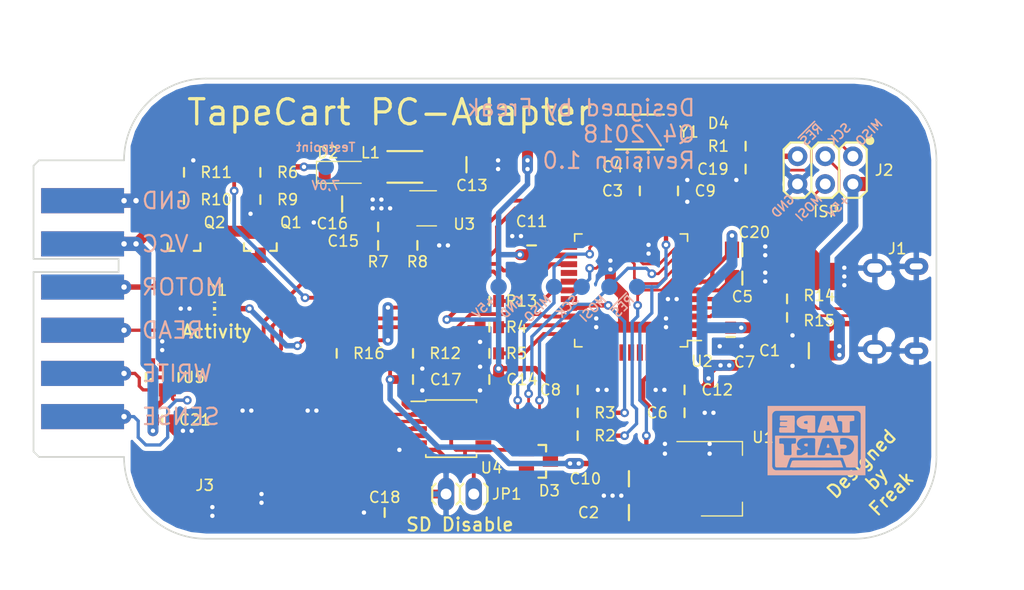
<source format=kicad_pcb>
(kicad_pcb (version 4) (host pcbnew 4.0.7)
  (layers (0 F.Cu signal) (31 B.Cu signal) (34 B.Paste user) (35 F.Paste user) (36 B.SilkS user) (37 F.SilkS user) (38 B.Mask user) (39 F.Mask user) (44 Edge.Cuts user))
  (net 0 "")
  (net 1 +5V)
  (net 2 GND)
  (net 3 "Net-(C3-Pad1)")
  (net 4 "Net-(C4-Pad1)")
  (net 5 "Net-(C5-Pad1)")
  (net 6 "Net-(C6-Pad1)")
  (net 7 +3V3)
  (net 8 ~RES)
  (net 9 "Net-(D1-Pad2)")
  (net 10 "Net-(J1-Pad2)")
  (net 11 "Net-(J1-Pad3)")
  (net 12 MISO)
  (net 13 SCK)
  (net 14 MOSI)
  (net 15 Sense)
  (net 16 Write)
  (net 17 Read)
  (net 18 Motor)
  (net 19 "Net-(D3-Pad2)")
  (net 20 "Net-(Q1-Pad3)")
  (net 21 ~CS)
  (net 22 "Net-(R2-Pad2)")
  (net 23 "Net-(R3-Pad2)")
  (net 24 "Net-(R4-Pad2)")
  (net 25 "Net-(R5-Pad1)")
  (net 26 "Net-(Q1-Pad1)")
  (net 27 "Net-(R6-Pad2)")
  (net 28 ~DETECT)
  (net 29 "Net-(J3-Pad7)")
  (net 30 "Net-(J3-Pad5)")
  (net 31 "Net-(J3-Pad3)")
  (net 32 "Net-(J3-Pad2)")
  (net 33 "Net-(C15-Pad1)")
  (net 34 "Net-(C15-Pad2)")
  (net 35 "Net-(D2-Pad2)")
  (net 36 "Net-(R14-Pad1)")
  (net 37 "Net-(R15-Pad1)")
  (net 38 "Net-(J3-Pad9)")
  (module Measurement_Points:Measurement_Point_Round-SMD-Pad_Small (layer B.Cu) (at 152.55 83)
    (fp_text reference "" hide)
    (fp_text value ~RES)
    (pad 1 smd circle (at 0 0) (size 1.5 1.5) (layers B.Cu B.Mask) (net 8 ~RES))
  )
  (module Measurement_Points:Measurement_Point_Round-SMD-Pad_Small (layer B.Cu) (at 139.85 83)
    (fp_text reference "" hide)
    (fp_text value +5V)
    (pad 1 smd circle (at 0 0) (size 1.5 1.5) (layers B.Cu B.Mask) (net 1 +5V))
  )
  (module Measurement_Points:Measurement_Point_Round-SMD-Pad_Small (layer B.Cu) (at 142.39 83)
    (fp_text reference "" hide)
    (fp_text value GND)
    (pad 1 smd circle (at 0 0) (size 1.5 1.5) (layers B.Cu B.Mask) (net 2 GND))
  )
  (module Measurement_Points:Measurement_Point_Round-SMD-Pad_Small (layer B.Cu) (at 150.01 83)
    (fp_text reference "" hide)
    (fp_text value MOSI)
    (pad 1 smd circle (at 0 0) (size 1.5 1.5) (layers B.Cu B.Mask) (net 14 MOSI))
  )
  (module Measurement_Points:Measurement_Point_Round-SMD-Pad_Small (layer B.Cu) (at 147.47 83)
    (fp_text reference "" hide)
    (fp_text value SCK)
    (pad 1 smd circle (at 0 0) (size 1.5 1.5) (layers B.Cu B.Mask) (net 13 SCK))
  )
  (module Measurement_Points:Measurement_Point_Round-SMD-Pad_Small (layer B.Cu) (at 144.93 83)
    (fp_text reference "" hide)
    (fp_text value MISO)
    (pad 1 smd circle (at 0 0) (size 1.5 1.5) (layers B.Cu B.Mask) (net 12 MISO))
  )
  (module TTB_MyLib:TTB_C1206 (layer F.Cu) (at 168.3 88.85 180)
    (fp_text reference C1 (at 3.6 0 180) (layer F.SilkS))
    (fp_text value 1µ hide)
    (pad 1 smd rect (at -1.5 0 180) (size 1.6 1.8) (layers F.Cu F.Paste F.Mask) (net 1 +5V))
    (pad 2 smd rect (at 1.5 0 180) (size 1.6 1.8) (layers F.Cu F.Paste F.Mask) (net 2 GND))
  )
  (module TTB_MyLib:TTB_C1206 (layer F.Cu) (at 151.8 103.7 180)
    (fp_text reference C2 (at 3.7 0 180) (layer F.SilkS))
    (fp_text value 4µ7/50V hide)
    (pad 1 smd rect (at -1.5 0 180) (size 1.6 1.8) (layers F.Cu F.Paste F.Mask) (net 1 +5V))
    (pad 2 smd rect (at 1.5 0 180) (size 1.6 1.8) (layers F.Cu F.Paste F.Mask) (net 2 GND))
  )
  (module TTB_MyLib:TTB_C0603wide (layer F.Cu) (at 152.8 74.2)
    (fp_text reference C3 (at -2.5 0) (layer F.SilkS))
    (fp_text value 22p hide)
    (pad 1 smd rect (at -0.9 0) (size 1 1) (layers F.Cu F.Paste F.Mask) (net 3 "Net-(C3-Pad1)"))
    (pad 2 smd rect (at 0.9 0) (size 1 1) (layers F.Cu F.Paste F.Mask) (net 2 GND))
  )
  (module TTB_MyLib:TTB_C0603wide (layer F.Cu) (at 152.8 72)
    (fp_text reference C4 (at -2.5 0) (layer F.SilkS))
    (fp_text value 22p hide)
    (pad 1 smd rect (at -0.9 0) (size 1 1) (layers F.Cu F.Paste F.Mask) (net 4 "Net-(C4-Pad1)"))
    (pad 2 smd rect (at 0.9 0) (size 1 1) (layers F.Cu F.Paste F.Mask) (net 2 GND))
  )
  (module TTB_MyLib:TTB_C0805 (layer F.Cu) (at 162.2 82.2)
    (fp_text reference C5 (at 0 1.7) (layer F.SilkS))
    (fp_text value 1µ hide)
    (pad 1 smd rect (at -0.95 0) (size 1.3 1.5) (layers F.Cu F.Paste F.Mask) (net 5 "Net-(C5-Pad1)"))
    (pad 2 smd rect (at 0.95 0) (size 1.3 1.5) (layers F.Cu F.Paste F.Mask) (net 2 GND))
  )
  (module TTB_MyLib:TTB_C0603 (layer F.Cu) (at 156.9 94.55)
    (fp_text reference C6 (at -2.5 0) (layer F.SilkS))
    (fp_text value 100n hide)
    (pad 1 smd rect (at -0.85 0) (size 1.1 1) (layers F.Cu F.Paste F.Mask) (net 6 "Net-(C6-Pad1)"))
    (pad 2 smd rect (at 0.85 0) (size 1.1 1) (layers F.Cu F.Paste F.Mask) (net 2 GND))
  )
  (module TTB_MyLib:TTB_C0603 (layer F.Cu) (at 161.125 87.6 270)
    (fp_text reference C7 (at 2.3 -1.275 360) (layer F.SilkS))
    (fp_text value 100n hide)
    (pad 1 smd rect (at -0.85 0 270) (size 1.1 1) (layers F.Cu F.Paste F.Mask) (net 1 +5V))
    (pad 2 smd rect (at 0.85 0 270) (size 1.1 1) (layers F.Cu F.Paste F.Mask) (net 2 GND))
  )
  (module TTB_MyLib:TTB_C0603 (layer F.Cu) (at 147.1 92.45)
    (fp_text reference C8 (at -2.5 0) (layer F.SilkS))
    (fp_text value 100n hide)
    (pad 1 smd rect (at -0.85 0) (size 1.1 1) (layers F.Cu F.Paste F.Mask) (net 1 +5V))
    (pad 2 smd rect (at 0.85 0) (size 1.1 1) (layers F.Cu F.Paste F.Mask) (net 2 GND))
  )
  (module TTB_MyLib:TTB_C0603 (layer F.Cu) (at 156.3 74.2)
    (fp_text reference C9 (at 2.5 0) (layer F.SilkS))
    (fp_text value 100n hide)
    (pad 1 smd rect (at -0.85 0) (size 1.1 1) (layers F.Cu F.Paste F.Mask) (net 1 +5V))
    (pad 2 smd rect (at 0.85 0) (size 1.1 1) (layers F.Cu F.Paste F.Mask) (net 2 GND))
  )
  (module TTB_MyLib:TTB_C0603 (layer F.Cu) (at 156.9 92.45)
    (fp_text reference C12 (at 3 0) (layer F.SilkS))
    (fp_text value 100n hide)
    (pad 1 smd rect (at -0.85 0) (size 1.1 1) (layers F.Cu F.Paste F.Mask) (net 2 GND))
    (pad 2 smd rect (at 0.85 0) (size 1.1 1) (layers F.Cu F.Paste F.Mask) (net 1 +5V))
  )
  (module TTB_MyLib:TTB_C0603 (layer F.Cu) (at 128.8 77.5)
    (fp_text reference C15 (at -3.2 1.3 180) (layer F.SilkS))
    (fp_text value 22p hide)
    (pad 1 smd rect (at -0.85 0) (size 1.1 1) (layers F.Cu F.Paste F.Mask) (net 33 "Net-(C15-Pad1)"))
    (pad 2 smd rect (at 0.85 0) (size 1.1 1) (layers F.Cu F.Paste F.Mask) (net 34 "Net-(C15-Pad2)"))
  )
  (module TTB_MyLib:TTB_C0603 (layer F.Cu) (at 129.4 103.7)
    (fp_text reference C18 (at 0 -1.4) (layer F.SilkS))
    (fp_text value 100n hide)
    (pad 1 smd rect (at -0.85 0) (size 1.1 1) (layers F.Cu F.Paste F.Mask) (net 2 GND))
    (pad 2 smd rect (at 0.85 0) (size 1.1 1) (layers F.Cu F.Paste F.Mask) (net 7 +3V3))
  )
  (module TTB_MyLib:TTB_C0603 (layer F.Cu) (at 162.5 72.2 180)
    (fp_text reference C19 (at 3 0 180) (layer F.SilkS))
    (fp_text value n.m. hide)
    (pad 1 smd rect (at -0.85 0 180) (size 1.1 1) (layers F.Cu F.Mask) (net 8 ~RES))
    (pad 2 smd rect (at 0.85 0 180) (size 1.1 1) (layers F.Cu F.Mask) (net 2 GND))
  )
  (module TTB_MyLib:TTB_LED0805 (layer F.Cu) (at 114 85 180)
    (fp_text reference D1 (at 0 1.7 180) (layer F.SilkS))
    (fp_text value LED hide)
    (pad 2 smd rect (at -1.05 0 180) (size 1.3 1.5) (layers F.Cu F.Paste F.Mask) (net 9 "Net-(D1-Pad2)"))
    (pad 1 smd rect (at 1.05 0 180) (size 1.3 1.5) (layers F.Cu F.Paste F.Mask) (net 2 GND))
  )
  (module TTB_MyLib:TTB_USB-B_Micro_Würth (layer F.Cu) (at 175.4 85 270)
    (fp_text reference J1 (at -5.5 -1 360) (layer F.SilkS))
    (fp_text value Micro-USB hide)
    (pad 1 smd rect (at 1.375 1.4 270) (size 0.6 2) (layers F.Cu F.Paste F.Mask) (net 1 +5V))
    (pad 2 smd rect (at 0.65 1.4 270) (size 0.45 2) (layers F.Cu F.Paste F.Mask) (net 10 "Net-(J1-Pad2)"))
    (pad 4 smd rect (at -0.65 1.4 270) (size 0.45 2) (layers F.Cu F.Paste F.Mask))
    (pad 5 smd rect (at -1.375 1.4 270) (size 0.6 2) (layers F.Cu F.Paste F.Mask) (net 2 GND))
    (pad 3 smd rect (at 0 1.4 270) (size 0.45 2) (layers F.Cu F.Paste F.Mask) (net 11 "Net-(J1-Pad3)"))
    (pad "" np_thru_hole circle (at 2.5 0 270) (size 0.8 0.8) (drill 0.8) (layers *.Cu *.Mask))
    (pad "" np_thru_hole circle (at -2.5 0 270) (size 0.8 0.8) (drill 0.8) (layers *.Cu *.Mask))
    (pad 6 thru_hole oval (at 3.725 1.05 270) (size 1.65 2.2) (drill oval 0.85 1.4) (layers *.Cu *.Mask) (net 2 GND))
    (pad 6 thru_hole oval (at -3.725 1.05 270) (size 1.65 2.2) (drill oval 0.85 1.4) (layers *.Cu *.Mask) (net 2 GND))
    (pad 6 thru_hole oval (at 3.875 -2.75 270) (size 1.55 2.2) (drill oval 0.55 1.2) (layers *.Cu *.Mask) (net 2 GND))
    (pad 6 thru_hole oval (at -3.875 -2.75 270) (size 1.55 2.2) (drill oval 0.55 1.2) (layers *.Cu *.Mask) (net 2 GND))
  )
  (module TTB_MyLib:TTB_Pinhead_2x3 (layer F.Cu) (at 169.8 72.3 180)
    (fp_text reference J2 (at -5.4 0 180) (layer F.SilkS))
    (fp_text value ISP hide)
    (pad 1 thru_hole circle (at -2.54 1.27 180) (size 1.8 1.8) (drill 1) (layers *.Cu *.Mask) (net 12 MISO))
    (pad 2 thru_hole circle (at -2.54 -1.27 180) (size 1.8 1.8) (drill 1) (layers *.Cu *.Mask) (net 1 +5V))
    (pad 3 thru_hole circle (at 0 1.27 180) (size 1.8 1.8) (drill 1) (layers *.Cu *.Mask) (net 13 SCK))
    (pad 4 thru_hole circle (at 0 -1.27 180) (size 1.8 1.8) (drill 1) (layers *.Cu *.Mask) (net 14 MOSI))
    (pad 5 thru_hole circle (at 2.54 1.27 180) (size 1.8 1.8) (drill 1) (layers *.Cu *.Mask) (net 8 ~RES))
    (pad 6 thru_hole circle (at 2.54 -1.27 180) (size 1.8 1.8) (drill 1) (layers *.Cu *.Mask) (net 2 GND))
  )
  (module TTB_MyLib:TTB_C64_Tapeport_PCB (layer F.Cu) (at 100 85 90)
    (fp_text reference J4 hide)
    (fp_text value TapePort hide)
    (pad 6 connect rect (at -9.9 1.7 90) (size 2.3 7.6) (layers F.Cu F.Mask) (net 15 Sense))
    (pad 1 connect rect (at 9.9 1.7 90) (size 2.3 7.6) (layers F.Cu F.Mask) (net 2 GND))
    (pad 2 connect rect (at 5.94 1.7 90) (size 2.3 7.6) (layers F.Cu F.Mask) (net 1 +5V))
    (pad 3 connect rect (at 1.98 1.7 90) (size 2.3 7.6) (layers F.Cu F.Mask) (net 18 Motor))
    (pad 4 connect rect (at -1.98 1.7 90) (size 2.3 7.6) (layers F.Cu F.Mask) (net 17 Read))
    (pad 5 connect rect (at -5.94 1.7 90) (size 2.3 7.6) (layers F.Cu F.Mask) (net 16 Write))
    (pad 1 connect rect (at 9.9 1.7 90) (size 2.3 7.6) (layers B.Cu B.Mask) (net 2 GND))
    (pad 2 connect rect (at 5.94 1.7 90) (size 2.3 7.6) (layers B.Cu B.Mask) (net 1 +5V))
    (pad 3 connect rect (at 1.98 1.7 90) (size 2.3 7.6) (layers B.Cu B.Mask) (net 18 Motor))
    (pad 4 connect rect (at -1.98 1.7 90) (size 2.3 7.6) (layers B.Cu B.Mask) (net 17 Read))
    (pad 5 connect rect (at -5.94 1.7 90) (size 2.3 7.6) (layers B.Cu B.Mask) (net 16 Write))
    (pad 6 connect rect (at -9.9 1.7 90) (size 2.3 7.6) (layers B.Cu B.Mask) (net 15 Sense))
  )
  (module TTB_MyLib:TTB_Pinhead_1x2 (layer F.Cu) (at 136.3 102 180)
    (fp_text reference JP1 (at -4.3 0 180) (layer F.SilkS))
    (fp_text value SD_Disable hide)
    (pad 1 thru_hole oval (at -1.27 0 180) (size 1.5 3) (drill 1) (layers *.Cu *.Mask) (net 19 "Net-(D3-Pad2)"))
    (pad 2 thru_hole oval (at 1.27 0 180) (size 1.5 3) (drill 1) (layers *.Cu *.Mask) (net 2 GND))
  )
  (module TTB_MyLib:TTB_SOT23 (layer F.Cu) (at 111 79 180)
    (fp_text reference Q2 (at -2.8 1.9 180) (layer F.SilkS))
    (fp_text value BSS84AK hide)
    (pad 1 smd rect (at -0.95 1.1 180) (size 1 1.4) (layers F.Cu F.Paste F.Mask) (net 20 "Net-(Q1-Pad3)"))
    (pad 2 smd rect (at 0.95 1.1 180) (size 1 1.4) (layers F.Cu F.Paste F.Mask) (net 33 "Net-(C15-Pad1)"))
    (pad 3 smd rect (at 0 -1.1 180) (size 1 1.4) (layers F.Cu F.Paste F.Mask) (net 18 Motor))
  )
  (module TTB_MyLib:TTB_R0603 (layer F.Cu) (at 162.5 70.1)
    (fp_text reference R1 (at -2.5 0) (layer F.SilkS))
    (fp_text value 10k hide)
    (pad 1 smd rect (at -0.85 0) (size 1 1.1) (layers F.Cu F.Paste F.Mask) (net 1 +5V))
    (pad 2 smd rect (at 0.85 0) (size 1 1.1) (layers F.Cu F.Paste F.Mask) (net 8 ~RES))
  )
  (module TTB_MyLib:TTB_R0603 (layer F.Cu) (at 147.1 96.65)
    (fp_text reference R2 (at 2.5 0) (layer F.SilkS))
    (fp_text value n.m. hide)
    (pad 1 smd rect (at -0.85 0) (size 1 1.1) (layers F.Cu F.Mask) (net 21 ~CS))
    (pad 2 smd rect (at 0.85 0) (size 1 1.1) (layers F.Cu F.Mask) (net 22 "Net-(R2-Pad2)"))
  )
  (module TTB_MyLib:TTB_R0603 (layer F.Cu) (at 147.1 94.55)
    (fp_text reference R3 (at 2.5 0) (layer F.SilkS))
    (fp_text value 0R hide)
    (pad 1 smd rect (at -0.85 0) (size 1 1.1) (layers F.Cu F.Paste F.Mask) (net 21 ~CS))
    (pad 2 smd rect (at 0.85 0) (size 1 1.1) (layers F.Cu F.Paste F.Mask) (net 23 "Net-(R3-Pad2)"))
  )
  (module TTB_MyLib:TTB_R0603 (layer F.Cu) (at 139 86.7)
    (fp_text reference R4 (at 2.5 0) (layer F.SilkS))
    (fp_text value 1k hide)
    (pad 1 smd rect (at -0.85 0) (size 1 1.1) (layers F.Cu F.Paste F.Mask) (net 9 "Net-(D1-Pad2)"))
    (pad 2 smd rect (at 0.85 0) (size 1 1.1) (layers F.Cu F.Paste F.Mask) (net 24 "Net-(R4-Pad2)"))
  )
  (module TTB_MyLib:TTB_R0603 (layer F.Cu) (at 139 89.1 180)
    (fp_text reference R5 (at -2.5 0 180) (layer F.SilkS))
    (fp_text value 1k hide)
    (pad 1 smd rect (at -0.85 0 180) (size 1 1.1) (layers F.Cu F.Paste F.Mask) (net 25 "Net-(R5-Pad1)"))
    (pad 2 smd rect (at 0.85 0 180) (size 1 1.1) (layers F.Cu F.Paste F.Mask) (net 2 GND))
  )
  (module TTB_MyLib:TTB_R0603 (layer F.Cu) (at 118 72.5 180)
    (fp_text reference R6 (at -2.5 0 180) (layer F.SilkS))
    (fp_text value 1k hide)
    (pad 1 smd rect (at -0.85 0 180) (size 1 1.1) (layers F.Cu F.Paste F.Mask) (net 26 "Net-(Q1-Pad1)"))
    (pad 2 smd rect (at 0.85 0 180) (size 1 1.1) (layers F.Cu F.Paste F.Mask) (net 27 "Net-(R6-Pad2)"))
  )
  (module TTB_MyLib:TTB_R0603 (layer F.Cu) (at 128.8 79.2)
    (fp_text reference R7 (at 0 1.5 180) (layer F.SilkS))
    (fp_text value 22,0k hide)
    (pad 1 smd rect (at -0.85 0) (size 1 1.1) (layers F.Cu F.Paste F.Mask) (net 33 "Net-(C15-Pad1)"))
    (pad 2 smd rect (at 0.85 0) (size 1 1.1) (layers F.Cu F.Paste F.Mask) (net 34 "Net-(C15-Pad2)"))
  )
  (module TTB_MyLib:TTB_R0603 (layer F.Cu) (at 132.4 79.2)
    (fp_text reference R8 (at 0 1.5 180) (layer F.SilkS))
    (fp_text value 4,7k hide)
    (pad 1 smd rect (at -0.85 0) (size 1 1.1) (layers F.Cu F.Paste F.Mask) (net 34 "Net-(C15-Pad2)"))
    (pad 2 smd rect (at 0.85 0) (size 1 1.1) (layers F.Cu F.Paste F.Mask) (net 2 GND))
  )
  (module TTB_MyLib:TTB_R0603 (layer F.Cu) (at 118 75 180)
    (fp_text reference R9 (at -2.5 0 180) (layer F.SilkS))
    (fp_text value 1k hide)
    (pad 1 smd rect (at -0.85 0 180) (size 1 1.1) (layers F.Cu F.Paste F.Mask) (net 26 "Net-(Q1-Pad1)"))
    (pad 2 smd rect (at 0.85 0 180) (size 1 1.1) (layers F.Cu F.Paste F.Mask) (net 2 GND))
  )
  (module TTB_MyLib:TTB_R0603 (layer F.Cu) (at 111 75)
    (fp_text reference R10 (at 2.95 0) (layer F.SilkS))
    (fp_text value 1k hide)
    (pad 1 smd rect (at -0.85 0) (size 1 1.1) (layers F.Cu F.Paste F.Mask) (net 33 "Net-(C15-Pad1)"))
    (pad 2 smd rect (at 0.85 0) (size 1 1.1) (layers F.Cu F.Paste F.Mask) (net 20 "Net-(Q1-Pad3)"))
  )
  (module TTB_MyLib:TTB_R0603 (layer F.Cu) (at 111 72.5)
    (fp_text reference R11 (at 2.95 0) (layer F.SilkS))
    (fp_text value 1k hide)
    (pad 1 smd rect (at -0.85 0) (size 1 1.1) (layers F.Cu F.Paste F.Mask) (net 33 "Net-(C15-Pad1)"))
    (pad 2 smd rect (at 0.85 0) (size 1 1.1) (layers F.Cu F.Paste F.Mask) (net 2 GND))
  )
  (module TTB_MyLib:TTB_R0603 (layer F.Cu) (at 132 89.1)
    (fp_text reference R12 (at 2.95 0) (layer F.SilkS))
    (fp_text value 1k hide)
    (pad 1 smd rect (at -0.85 0) (size 1 1.1) (layers F.Cu F.Paste F.Mask) (net 7 +3V3))
    (pad 2 smd rect (at 0.85 0) (size 1 1.1) (layers F.Cu F.Paste F.Mask) (net 19 "Net-(D3-Pad2)"))
  )
  (module Housings_QFP:TQFP-44_10x10mm_Pitch0.8mm (layer F.Cu) (at 152 83.325 180)
    (fp_text reference U2 (at -6.5 -6.5 180) (layer F.SilkS))
    (fp_text value ATMEGA32U4-AU)
    (pad 1 smd rect (at -5.7 -4 180) (size 1.5 0.55) (layers F.Cu F.Paste F.Mask))
    (pad 2 smd rect (at -5.7 -3.2 180) (size 1.5 0.55) (layers F.Cu F.Paste F.Mask) (net 1 +5V))
    (pad 3 smd rect (at -5.7 -2.4 180) (size 1.5 0.55) (layers F.Cu F.Paste F.Mask) (net 37 "Net-(R15-Pad1)"))
    (pad 4 smd rect (at -5.7 -1.6 180) (size 1.5 0.55) (layers F.Cu F.Paste F.Mask) (net 36 "Net-(R14-Pad1)"))
    (pad 5 smd rect (at -5.7 -0.8 180) (size 1.5 0.55) (layers F.Cu F.Paste F.Mask) (net 2 GND))
    (pad 6 smd rect (at -5.7 0 180) (size 1.5 0.55) (layers F.Cu F.Paste F.Mask) (net 5 "Net-(C5-Pad1)"))
    (pad 7 smd rect (at -5.7 0.8 180) (size 1.5 0.55) (layers F.Cu F.Paste F.Mask) (net 1 +5V))
    (pad 8 smd rect (at -5.7 1.6 180) (size 1.5 0.55) (layers F.Cu F.Paste F.Mask) (net 22 "Net-(R2-Pad2)"))
    (pad 9 smd rect (at -5.7 2.4 180) (size 1.5 0.55) (layers F.Cu F.Paste F.Mask) (net 13 SCK))
    (pad 10 smd rect (at -5.7 3.2 180) (size 1.5 0.55) (layers F.Cu F.Paste F.Mask) (net 14 MOSI))
    (pad 11 smd rect (at -5.7 4 180) (size 1.5 0.55) (layers F.Cu F.Paste F.Mask) (net 12 MISO))
    (pad 12 smd rect (at -4 5.7 270) (size 1.5 0.55) (layers F.Cu F.Paste F.Mask))
    (pad 13 smd rect (at -3.2 5.7 270) (size 1.5 0.55) (layers F.Cu F.Paste F.Mask) (net 8 ~RES))
    (pad 14 smd rect (at -2.4 5.7 270) (size 1.5 0.55) (layers F.Cu F.Paste F.Mask) (net 1 +5V))
    (pad 15 smd rect (at -1.6 5.7 270) (size 1.5 0.55) (layers F.Cu F.Paste F.Mask) (net 2 GND))
    (pad 16 smd rect (at -0.8 5.7 270) (size 1.5 0.55) (layers F.Cu F.Paste F.Mask) (net 4 "Net-(C4-Pad1)"))
    (pad 17 smd rect (at 0 5.7 270) (size 1.5 0.55) (layers F.Cu F.Paste F.Mask) (net 3 "Net-(C3-Pad1)"))
    (pad 18 smd rect (at 0.8 5.7 270) (size 1.5 0.55) (layers F.Cu F.Paste F.Mask) (net 17 Read))
    (pad 19 smd rect (at 1.6 5.7 270) (size 1.5 0.55) (layers F.Cu F.Paste F.Mask) (net 27 "Net-(R6-Pad2)"))
    (pad 20 smd rect (at 2.4 5.7 270) (size 1.5 0.55) (layers F.Cu F.Paste F.Mask))
    (pad 21 smd rect (at 3.2 5.7 270) (size 1.5 0.55) (layers F.Cu F.Paste F.Mask))
    (pad 22 smd rect (at 4 5.7 270) (size 1.5 0.55) (layers F.Cu F.Paste F.Mask))
    (pad 23 smd rect (at 5.7 4 180) (size 1.5 0.55) (layers F.Cu F.Paste F.Mask) (net 2 GND))
    (pad 24 smd rect (at 5.7 3.2 180) (size 1.5 0.55) (layers F.Cu F.Paste F.Mask) (net 1 +5V))
    (pad 25 smd rect (at 5.7 2.4 180) (size 1.5 0.55) (layers F.Cu F.Paste F.Mask) (net 16 Write))
    (pad 26 smd rect (at 5.7 1.6 180) (size 1.5 0.55) (layers F.Cu F.Paste F.Mask))
    (pad 27 smd rect (at 5.7 0.8 180) (size 1.5 0.55) (layers F.Cu F.Paste F.Mask))
    (pad 28 smd rect (at 5.7 0 180) (size 1.5 0.55) (layers F.Cu F.Paste F.Mask) (net 28 ~DETECT))
    (pad 29 smd rect (at 5.7 -0.8 180) (size 1.5 0.55) (layers F.Cu F.Paste F.Mask))
    (pad 30 smd rect (at 5.7 -1.6 180) (size 1.5 0.55) (layers F.Cu F.Paste F.Mask) (net 23 "Net-(R3-Pad2)"))
    (pad 31 smd rect (at 5.7 -2.4 180) (size 1.5 0.55) (layers F.Cu F.Paste F.Mask) (net 15 Sense))
    (pad 32 smd rect (at 5.7 -3.2 180) (size 1.5 0.55) (layers F.Cu F.Paste F.Mask) (net 24 "Net-(R4-Pad2)"))
    (pad 33 smd rect (at 5.7 -4 180) (size 1.5 0.55) (layers F.Cu F.Paste F.Mask) (net 25 "Net-(R5-Pad1)"))
    (pad 34 smd rect (at 4 -5.7 270) (size 1.5 0.55) (layers F.Cu F.Paste F.Mask) (net 1 +5V))
    (pad 35 smd rect (at 3.2 -5.7 270) (size 1.5 0.55) (layers F.Cu F.Paste F.Mask) (net 2 GND))
    (pad 36 smd rect (at 2.4 -5.7 270) (size 1.5 0.55) (layers F.Cu F.Paste F.Mask))
    (pad 37 smd rect (at 1.6 -5.7 270) (size 1.5 0.55) (layers F.Cu F.Paste F.Mask))
    (pad 38 smd rect (at 0.8 -5.7 270) (size 1.5 0.55) (layers F.Cu F.Paste F.Mask))
    (pad 39 smd rect (at 0 -5.7 270) (size 1.5 0.55) (layers F.Cu F.Paste F.Mask))
    (pad 40 smd rect (at -0.8 -5.7 270) (size 1.5 0.55) (layers F.Cu F.Paste F.Mask))
    (pad 41 smd rect (at -1.6 -5.7 270) (size 1.5 0.55) (layers F.Cu F.Paste F.Mask))
    (pad 42 smd rect (at -2.4 -5.7 270) (size 1.5 0.55) (layers F.Cu F.Paste F.Mask) (net 6 "Net-(C6-Pad1)"))
    (pad 43 smd rect (at -3.2 -5.7 270) (size 1.5 0.55) (layers F.Cu F.Paste F.Mask) (net 2 GND))
    (pad 44 smd rect (at -4 -5.7 270) (size 1.5 0.55) (layers F.Cu F.Paste F.Mask) (net 1 +5V))
  )
  (module TO_SOT_Packages_SMD:SOT-23-5_HandSoldering (layer F.Cu) (at 133.25 75.8)
    (fp_text reference U3 (at 3.45 1.45 180) (layer F.SilkS))
    (fp_text value MIC2288)
    (pad 1 smd rect (at -1.35 -0.95) (size 1.56 0.65) (layers F.Cu F.Paste F.Mask) (net 35 "Net-(D2-Pad2)"))
    (pad 2 smd rect (at -1.35 0) (size 1.56 0.65) (layers F.Cu F.Paste F.Mask) (net 2 GND))
    (pad 3 smd rect (at -1.35 0.95) (size 1.56 0.65) (layers F.Cu F.Paste F.Mask) (net 34 "Net-(C15-Pad2)"))
    (pad 4 smd rect (at 1.35 0.95) (size 1.56 0.65) (layers F.Cu F.Paste F.Mask) (net 1 +5V))
    (pad 5 smd rect (at 1.35 -0.95) (size 1.56 0.65) (layers F.Cu F.Paste F.Mask) (net 1 +5V))
  )
  (module Housings_SSOP:TSSOP-14_4.4x5mm_Pitch0.65mm (layer F.Cu) (at 135.5 96)
    (fp_text reference U4 (at 3.7 3.6) (layer F.SilkS))
    (fp_text value MAX3378)
    (pad 1 smd rect (at -2.95 -1.95) (size 1.45 0.45) (layers F.Cu F.Paste F.Mask) (net 7 +3V3))
    (pad 2 smd rect (at -2.95 -1.3) (size 1.45 0.45) (layers F.Cu F.Paste F.Mask) (net 29 "Net-(J3-Pad7)"))
    (pad 3 smd rect (at -2.95 -0.65) (size 1.45 0.45) (layers F.Cu F.Paste F.Mask) (net 30 "Net-(J3-Pad5)"))
    (pad 4 smd rect (at -2.95 0) (size 1.45 0.45) (layers F.Cu F.Paste F.Mask) (net 31 "Net-(J3-Pad3)"))
    (pad 5 smd rect (at -2.95 0.65) (size 1.45 0.45) (layers F.Cu F.Paste F.Mask) (net 32 "Net-(J3-Pad2)"))
    (pad 6 smd rect (at -2.95 1.3) (size 1.45 0.45) (layers F.Cu F.Paste F.Mask))
    (pad 7 smd rect (at -2.95 1.95) (size 1.45 0.45) (layers F.Cu F.Paste F.Mask) (net 2 GND))
    (pad 8 smd rect (at 2.95 1.95) (size 1.45 0.45) (layers F.Cu F.Paste F.Mask) (net 19 "Net-(D3-Pad2)"))
    (pad 9 smd rect (at 2.95 1.3) (size 1.45 0.45) (layers F.Cu F.Paste F.Mask))
    (pad 10 smd rect (at 2.95 0.65) (size 1.45 0.45) (layers F.Cu F.Paste F.Mask) (net 21 ~CS))
    (pad 11 smd rect (at 2.95 0) (size 1.45 0.45) (layers F.Cu F.Paste F.Mask) (net 14 MOSI))
    (pad 12 smd rect (at 2.95 -0.65) (size 1.45 0.45) (layers F.Cu F.Paste F.Mask) (net 13 SCK))
    (pad 13 smd rect (at 2.95 -1.3) (size 1.45 0.45) (layers F.Cu F.Paste F.Mask) (net 12 MISO))
    (pad 14 smd rect (at 2.95 -1.95) (size 1.45 0.45) (layers F.Cu F.Paste F.Mask) (net 1 +5V))
  )
  (module TTB_MyLib:TTB_7A (layer F.Cu) (at 152.8 68.8)
    (fp_text reference Y1 (at 4.5 0) (layer F.SilkS))
    (fp_text value 16MHz hide)
    (pad 2 smd rect (at 2.1 0) (size 2 2.4) (layers F.Cu F.Paste F.Mask) (net 4 "Net-(C4-Pad1)"))
    (pad 1 smd rect (at -2.1 0) (size 2 2.4) (layers F.Cu F.Paste F.Mask) (net 3 "Net-(C3-Pad1)"))
  )
  (module TTB_MyLib:TTB_SOT23 (layer F.Cu) (at 143.5 99 270)
    (fp_text reference D3 (at 2.7 -1 360) (layer F.SilkS))
    (fp_text value BAT54 hide)
    (pad 1 smd rect (at 0 -1.1 270) (size 1 1.4) (layers F.Cu F.Paste F.Mask) (net 8 ~RES))
    (pad 2 smd rect (at -0.95 1.1 270) (size 1 1.4) (layers F.Cu F.Paste F.Mask) (net 19 "Net-(D3-Pad2)"))
    (pad 3 smd rect (at 0.95 1.1 270) (size 1 1.4) (layers F.Cu F.Paste F.Mask))
  )
  (module TTB_MyLib:TTB_SOT23 (layer F.Cu) (at 118 79 180)
    (fp_text reference Q1 (at -2.8 1.9 180) (layer F.SilkS))
    (fp_text value BC847B hide)
    (pad 1 smd rect (at -0.95 1.1 180) (size 1 1.4) (layers F.Cu F.Paste F.Mask) (net 26 "Net-(Q1-Pad1)"))
    (pad 2 smd rect (at 0.95 1.1 180) (size 1 1.4) (layers F.Cu F.Paste F.Mask) (net 2 GND))
    (pad 3 smd rect (at 0 -1.1 180) (size 1 1.4) (layers F.Cu F.Paste F.Mask) (net 20 "Net-(Q1-Pad3)"))
  )
  (module TTB_MyLib:TTB_R0603 (layer F.Cu) (at 139 84.3)
    (fp_text reference R13 (at 2.95 0) (layer F.SilkS))
    (fp_text value 10k hide)
    (pad 1 smd rect (at -0.85 0) (size 1 1.1) (layers F.Cu F.Paste F.Mask) (net 1 +5V))
    (pad 2 smd rect (at 0.85 0) (size 1 1.1) (layers F.Cu F.Paste F.Mask) (net 28 ~DETECT))
  )
  (module TO_SOT_Packages_SMD:SOT-223-3Lead_TabPin2 (layer F.Cu) (at 160.3 100.6)
    (fp_text reference U1 (at 3.8 -3.8) (layer F.SilkS))
    (fp_text value NCP1117-3.3)
    (pad 2 smd rect (at 3.15 0) (size 2 3.8) (layers F.Cu F.Paste F.Mask) (net 7 +3V3))
    (pad 2 smd rect (at -3.15 0) (size 2 1.5) (layers F.Cu F.Paste F.Mask) (net 7 +3V3))
    (pad 3 smd rect (at -3.15 2.3) (size 2 1.5) (layers F.Cu F.Paste F.Mask) (net 1 +5V))
    (pad 1 smd rect (at -3.15 -2.3) (size 2 1.5) (layers F.Cu F.Paste F.Mask) (net 2 GND))
  )
  (module TTB_MyLib:TTB_C1206 (layer F.Cu) (at 151.8 100.6 180)
    (fp_text reference C10 (at 4 0 180) (layer F.SilkS))
    (fp_text value 4µ7/50V hide)
    (pad 1 smd rect (at -1.5 0 180) (size 1.6 1.8) (layers F.Cu F.Paste F.Mask) (net 7 +3V3))
    (pad 2 smd rect (at 1.5 0 180) (size 1.6 1.8) (layers F.Cu F.Paste F.Mask) (net 2 GND))
  )
  (module TTB_MyLib:TTB_C0603 (layer F.Cu) (at 142.875 79.2 270)
    (fp_text reference C11 (at -2.2 0 360) (layer F.SilkS))
    (fp_text value 100n hide)
    (pad 1 smd rect (at -0.85 0 270) (size 1.1 1) (layers F.Cu F.Paste F.Mask) (net 2 GND))
    (pad 2 smd rect (at 0.85 0 270) (size 1.1 1) (layers F.Cu F.Paste F.Mask) (net 1 +5V))
  )
  (module TTB_MyLib:TTB_C1206 (layer F.Cu) (at 136.9 71.8)
    (fp_text reference C13 (at 0.5 1.9 180) (layer F.SilkS))
    (fp_text value 2,2µ/50V hide)
    (pad 1 smd rect (at -1.5 0) (size 1.6 1.8) (layers F.Cu F.Paste F.Mask) (net 1 +5V))
    (pad 2 smd rect (at 1.5 0) (size 1.6 1.8) (layers F.Cu F.Paste F.Mask) (net 2 GND))
  )
  (module TTB_MyLib:TTB_C0603 (layer F.Cu) (at 139 91.5 180)
    (fp_text reference C14 (at -3 0 180) (layer F.SilkS))
    (fp_text value 100n hide)
    (pad 1 smd rect (at -0.85 0 180) (size 1.1 1) (layers F.Cu F.Paste F.Mask) (net 1 +5V))
    (pad 2 smd rect (at 0.85 0 180) (size 1.1 1) (layers F.Cu F.Paste F.Mask) (net 2 GND))
  )
  (module TTB_MyLib:TTB_C1206 (layer F.Cu) (at 125.5 75.4)
    (fp_text reference C16 (at -0.9 1.8) (layer F.SilkS))
    (fp_text value 10µ/25V hide)
    (pad 1 smd rect (at -1.5 0) (size 1.6 1.8) (layers F.Cu F.Paste F.Mask) (net 33 "Net-(C15-Pad1)"))
    (pad 2 smd rect (at 1.5 0) (size 1.6 1.8) (layers F.Cu F.Paste F.Mask) (net 2 GND))
  )
  (module TTB_MyLib:TTB_C0603 (layer F.Cu) (at 132 91.5)
    (fp_text reference C17 (at 3 0) (layer F.SilkS))
    (fp_text value 100n hide)
    (pad 1 smd rect (at -0.85 0) (size 1.1 1) (layers F.Cu F.Paste F.Mask) (net 7 +3V3))
    (pad 2 smd rect (at 0.85 0) (size 1.1 1) (layers F.Cu F.Paste F.Mask) (net 2 GND))
  )
  (module Measurement_Points:Measurement_Point_Round-SMD-Pad_Small (layer B.Cu) (at 124 72)
    (fp_text reference TP1 hide)
    (fp_text value "Testpoint 7,0V")
    (pad 1 smd circle (at 0 0) (size 1.5 1.5) (layers B.Cu B.Mask) (net 33 "Net-(C15-Pad1)"))
  )
  (module TTB_MyLib:TTB_MicroSD_1040310811 (layer F.Cu) (at 120.5 104.2)
    (fp_text reference J3 (at -7.6 -3) (layer F.SilkS))
    (fp_text value 104031-0811)
    (pad 8 smd rect (at -4.545 -0.25) (size 0.75 1.1) (layers F.Cu F.Paste F.Mask))
    (pad 7 smd rect (at -3.495 -0.25) (size 0.85 1.1) (layers F.Cu F.Paste F.Mask) (net 29 "Net-(J3-Pad7)"))
    (pad 6 smd rect (at -2.395 -0.25) (size 0.85 1.1) (layers F.Cu F.Paste F.Mask) (net 2 GND))
    (pad 5 smd rect (at -1.295 -0.25) (size 0.85 1.1) (layers F.Cu F.Paste F.Mask) (net 30 "Net-(J3-Pad5)"))
    (pad 4 smd rect (at -0.195 -0.25) (size 0.85 1.1) (layers F.Cu F.Paste F.Mask) (net 7 +3V3))
    (pad 3 smd rect (at 0.905 -0.25) (size 0.85 1.1) (layers F.Cu F.Paste F.Mask) (net 31 "Net-(J3-Pad3)"))
    (pad 2 smd rect (at 2.005 -0.25) (size 0.85 1.1) (layers F.Cu F.Paste F.Mask) (net 32 "Net-(J3-Pad2)"))
    (pad 1 smd rect (at 3.105 -0.25) (size 0.85 1.1) (layers F.Cu F.Paste F.Mask))
    (pad 9 smd rect (at 5.74 -10.1) (size 1.2 1) (layers F.Cu F.Paste F.Mask) (net 38 "Net-(J3-Pad9)"))
    (pad 11 smd rect (at 5.565 -0.375) (size 1.55 1.35) (layers F.Cu F.Paste F.Mask) (net 2 GND))
    (pad 11 smd rect (at -3.73 -11.075) (size 1.9 1.35) (layers F.Cu F.Paste F.Mask) (net 2 GND))
    (pad 10 smd rect (at 5.74 -6.4) (size 1.2 1) (layers F.Cu F.Paste F.Mask) (net 2 GND))
    (pad 11 smd rect (at -5.755 -0.6) (size 1.17 1.8) (layers F.Cu F.Paste F.Mask) (net 2 GND))
    (pad 11 smd rect (at 2.24 -11.075) (size 1.9 1.35) (layers F.Cu F.Paste F.Mask) (net 2 GND))
  )
  (module TTB_MyLib:TTB_R0603 (layer F.Cu) (at 166.3 84.1)
    (fp_text reference R14 (at 2.95 -0.3) (layer F.SilkS))
    (fp_text value 22R hide)
    (pad 1 smd rect (at -0.85 0) (size 1 1.1) (layers F.Cu F.Paste F.Mask) (net 36 "Net-(R14-Pad1)"))
    (pad 2 smd rect (at 0.85 0) (size 1 1.1) (layers F.Cu F.Paste F.Mask) (net 11 "Net-(J1-Pad3)"))
  )
  (module TTB_MyLib:TTB_R0603 (layer F.Cu) (at 166.3 85.8)
    (fp_text reference R15 (at 2.95 0.3) (layer F.SilkS))
    (fp_text value 22R hide)
    (pad 1 smd rect (at -0.85 0) (size 1 1.1) (layers F.Cu F.Paste F.Mask) (net 37 "Net-(R15-Pad1)"))
    (pad 2 smd rect (at 0.85 0) (size 1 1.1) (layers F.Cu F.Paste F.Mask) (net 10 "Net-(J1-Pad2)"))
  )
  (module TTB_MyLib:TTB_C0805 (layer F.Cu) (at 162.2 79.6)
    (fp_text reference C20 (at 1.1 -1.6) (layer F.SilkS))
    (fp_text value 10µ hide)
    (pad 1 smd rect (at -0.95 0) (size 1.3 1.5) (layers F.Cu F.Paste F.Mask) (net 1 +5V))
    (pad 2 smd rect (at 0.95 0) (size 1.3 1.5) (layers F.Cu F.Paste F.Mask) (net 2 GND))
  )
  (module TTB_MyLib:TTB_R0603 (layer F.Cu) (at 125 89.1)
    (fp_text reference R16 (at 2.95 0) (layer F.SilkS))
    (fp_text value 0R hide)
    (pad 1 smd rect (at -0.85 0) (size 1 1.1) (layers F.Cu F.Paste F.Mask) (net 38 "Net-(J3-Pad9)"))
    (pad 2 smd rect (at 0.85 0) (size 1 1.1) (layers F.Cu F.Paste F.Mask) (net 28 ~DETECT))
  )
  (module TTB_MyLib:TTB_C0603 (layer F.Cu) (at 109 95.2)
    (fp_text reference C21 (at 3 0) (layer F.SilkS))
    (fp_text value 100n hide)
    (pad 1 smd rect (at -0.85 0) (size 1.1 1) (layers F.Cu F.Paste F.Mask) (net 1 +5V))
    (pad 2 smd rect (at 0.85 0) (size 1.1 1) (layers F.Cu F.Paste F.Mask) (net 2 GND))
  )
  (module TTB_MyLib:TTB_SOT23-6L (layer F.Cu) (at 109 91.3)
    (fp_text reference U5 (at 2.9 0) (layer F.SilkS))
    (fp_text value DALC208 hide)
    (pad 1 smd rect (at -0.95 1.15) (size 0.6 1.2) (layers F.Cu F.Paste F.Mask) (net 16 Write))
    (pad 2 smd rect (at 0 1.15) (size 0.6 1.2) (layers F.Cu F.Paste F.Mask) (net 1 +5V))
    (pad 3 smd rect (at 0.95 1.15) (size 0.6 1.2) (layers F.Cu F.Paste F.Mask) (net 15 Sense))
    (pad 4 smd rect (at 0.95 -1.15) (size 0.6 1.2) (layers F.Cu F.Paste F.Mask) (net 17 Read))
    (pad 5 smd rect (at 0 -1.15) (size 0.6 1.2) (layers F.Cu F.Paste F.Mask) (net 2 GND))
    (pad 6 smd rect (at -0.95 -1.15) (size 0.6 1.2) (layers F.Cu F.Paste F.Mask))
  )
  (module TTB_MyLib:tc (layer B.Cu) (at 169 97.1 180)
    (fp_text reference G*** hide)
    (fp_text value LOGO hide)
  )
  (module TTB_MyLib:TTB_D_SOD-123 (layer F.Cu) (at 125.6 72.5)
    (fp_text reference D2 (at -1.4 -1.8) (layer F.SilkS))
    (fp_text value MBR0530 hide)
    (pad 1 smd rect (at -1.7 0) (size 1.1 1.3) (layers F.Cu F.Paste F.Mask) (net 33 "Net-(C15-Pad1)"))
    (pad 2 smd rect (at 1.7 0) (size 1.1 1.3) (layers F.Cu F.Paste F.Mask) (net 35 "Net-(D2-Pad2)"))
  )
  (module TTB_MyLib:TTB_L_MURATA-LQH32 (layer F.Cu) (at 131.25 72 180)
    (fp_text reference L1 (at 3.15 1.3 180) (layer F.SilkS))
    (fp_text value LQH32CN100K33 hide)
    (pad 1 smd rect (at -1.375 0 180) (size 1.45 2.4) (layers F.Cu F.Paste F.Mask) (net 1 +5V))
    (pad 2 smd rect (at 1.375 0 180) (size 1.45 2.4) (layers F.Cu F.Paste F.Mask) (net 35 "Net-(D2-Pad2)"))
  )
  (module TTB_MyLib:TTB_D0603 (layer F.Cu) (at 162.5 68)
    (fp_text reference D4 (at -2.5 0) (layer F.SilkS))
    (fp_text value 1N4148 hide)
    (pad 1 smd rect (at -0.85 0) (size 1 1.1) (layers F.Cu F.Paste F.Mask) (net 1 +5V))
    (pad 2 smd rect (at 0.85 0) (size 1 1.1) (layers F.Cu F.Paste F.Mask) (net 8 ~RES))
  )
  (gr_text MISO (at 172.74 69.93 45) (layer B.SilkS) (effects (font (size 0.8 0.8)) (justify right mirror)))
  (gr_text SCK (at 170.2 69.93 45) (layer B.SilkS) (effects (font (size 0.8 0.8)) (justify right mirror)))
  (gr_text ~RES (at 167.66 69.93 45) (layer B.SilkS) (effects (font (size 0.8 0.8)) (justify right mirror)))
  (gr_text MOSI (at 169.4 74.67 45) (layer B.SilkS) (effects (font (size 0.8 0.8)) (justify left mirror)))
  (gr_text GND (at 166.86 74.67 45) (layer B.SilkS) (effects (font (size 0.8 0.8)) (justify left mirror)))
  (gr_text +5V (at 171.94 74.67 45) (layer B.SilkS) (effects (font (size 0.8 0.8)) (justify left mirror)))
  (gr_text Activity (at 114 87.1) (layer F.SilkS) (effects (font (size 1.2 1.2) (thickness 0.2))))
  (gr_text 7,0V (at 124 73.7) (layer B.SilkS) (effects (font (size 0.8 0.8)) (justify mirror)))
  (gr_text ~RES (at 152.15 83.9 45) (layer B.SilkS) (effects (font (size 0.8 0.8)) (justify left mirror)))
  (gr_text MOSI (at 149.61 83.9 45) (layer B.SilkS) (effects (font (size 0.8 0.8)) (justify left mirror)))
  (gr_text SCK (at 147.07 83.9 45) (layer B.SilkS) (effects (font (size 0.8 0.8)) (justify left mirror)))
  (gr_text MISO (at 144.53 83.9 45) (layer B.SilkS) (effects (font (size 0.8 0.8)) (justify left mirror)))
  (gr_text +5V (at 139.45 83.9 45) (layer B.SilkS) (effects (font (size 0.8 0.8)) (justify left mirror)))
  (gr_text GND (at 141.99 83.9 45) (layer B.SilkS) (effects (font (size 0.8 0.8)) (justify left mirror)))
  (gr_text Testpoint (at 124 70.2) (layer B.SilkS) (effects (font (size 0.8 0.8)) (justify mirror)))
  (gr_circle (center 173.9 69.6) (end 174.1 69.6) (layer F.SilkS) (width 0.4))
  (gr_text "Designed by Freak\nQ4/2018\nRevision 1.0" (at 158 69) (layer B.SilkS) (effects (font (size 1.5 1.5) (thickness 0.2)) (justify left mirror)))
  (gr_text SENSE (at 107 94.9) (layer B.SilkS) (effects (font (size 1.5 1.5) (thickness 0.2)) (justify right mirror)))
  (gr_text WRITE (at 107 90.94) (layer B.SilkS) (effects (font (size 1.5 1.5) (thickness 0.2)) (justify right mirror)))
  (gr_text READ (at 107 86.98) (layer B.SilkS) (effects (font (size 1.5 1.5) (thickness 0.2)) (justify right mirror)))
  (gr_text MOTOR (at 107 83.02) (layer B.SilkS) (effects (font (size 1.5 1.5) (thickness 0.2)) (justify right mirror)))
  (gr_text VCC (at 107 79.06) (layer B.SilkS) (effects (font (size 1.5 1.5) (thickness 0.2)) (justify right mirror)))
  (gr_text GND (at 107 75.1) (layer B.SilkS) (effects (font (size 1.5 1.5) (thickness 0.2)) (justify right mirror)))
  (gr_text ISP (at 169.9 76.1) (layer F.SilkS) (effects (font (size 1 1))))
  (gr_text "SD Disable" (at 136.3 104.8) (layer F.SilkS) (effects (font (size 1.2 1.2) (thickness 0.2))))
  (gr_arc (start 172.5 98.6) (end 180 98.6) (angle 90) (layer Edge.Cuts) (width 0.15))
  (gr_line (start 113 106.1) (end 172.5 106.1) (layer Edge.Cuts) (width 0.15))
  (gr_arc (start 113 98.6) (end 113 106.1) (angle 90) (layer Edge.Cuts) (width 0.15))
  (gr_arc (start 172.5 71.4) (end 172.5 63.9) (angle 90) (layer Edge.Cuts) (width 0.15))
  (gr_line (start 113 63.9) (end 172.5 63.9) (layer Edge.Cuts) (width 0.15))
  (gr_arc (start 113 71.4) (end 105.5 71.4) (angle 90) (layer Edge.Cuts) (width 0.15))
  (gr_text "TapeCart PC-Adapter" (at 129.85 67) (layer F.SilkS) (effects (font (size 2.3 2.3) (thickness 0.3))))
  (gr_text "Designed\nby\nFreak" (at 174.5 100.6 45) (layer F.SilkS) (effects (font (size 1.2 1.2) (thickness 0.2))))
  (gr_line (start 105 81.64) (end 97.2 81.64) (layer Edge.Cuts) (width 0.15))
  (gr_line (start 105 80.44) (end 105 81.64) (layer Edge.Cuts) (width 0.15))
  (gr_line (start 97.2 80.44) (end 105 80.44) (layer Edge.Cuts) (width 0.15))
  (gr_line (start 97.7 98.6) (end 105.5 98.6) (layer Edge.Cuts) (width 0.15))
  (gr_line (start 97.2 98.1) (end 97.7 98.6) (layer Edge.Cuts) (width 0.15))
  (gr_line (start 97.2 81.64) (end 97.2 98.1) (layer Edge.Cuts) (width 0.15))
  (gr_line (start 97.2 71.9) (end 97.2 80.44) (layer Edge.Cuts) (width 0.15))
  (gr_line (start 97.7 71.4) (end 97.2 71.9) (layer Edge.Cuts) (width 0.15))
  (gr_line (start 105.5 71.4) (end 97.7 71.4) (layer Edge.Cuts) (width 0.15))
  (gr_line (start 180 71.4) (end 180 98.6) (layer Edge.Cuts) (width 0.15))
  (segment (start 161.65 65.7) (end 173.6 65.7) (width 1.3) (layer F.Cu) (net 1))
  (segment (start 173.6 65.7) (end 175.3 67.4) (width 1.3) (layer F.Cu) (net 1))
  (segment (start 175.3 67.4) (end 175.3 72.87) (width 1.3) (layer F.Cu) (net 1))
  (segment (start 175.3 72.87) (end 174.6 73.57) (width 1.3) (layer F.Cu) (net 1))
  (segment (start 174.6 73.57) (end 172.34 73.57) (width 1.3) (layer F.Cu) (net 1))
  (segment (start 158.5 65.7) (end 161.65 65.7) (width 1.3) (layer F.Cu) (net 1))
  (segment (start 161.65 68) (end 161.65 65.7) (width 0.5) (layer F.Cu) (net 1))
  (segment (start 161.65 70.1) (end 161.65 68) (width 0.5) (layer F.Cu) (net 1))
  (segment (start 158.5 86.75) (end 158.5 83.7) (width 1) (layer B.Cu) (net 1))
  (segment (start 161.25 78.3) (end 161.25 80.95) (width 1) (layer B.Cu) (net 1))
  (segment (start 161.25 80.95) (end 158.5 83.7) (width 1) (layer B.Cu) (net 1))
  (segment (start 171.1 88.45) (end 171.1 86.1) (width 1) (layer B.Cu) (net 1))
  (segment (start 171.1 86.1) (end 169.75 84.75) (width 1) (layer B.Cu) (net 1))
  (segment (start 169.75 84.75) (end 169.75 79.95) (width 1) (layer B.Cu) (net 1))
  (segment (start 169.75 79.95) (end 172.34 77.36) (width 1) (layer B.Cu) (net 1))
  (segment (start 172.34 77.36) (end 172.34 73.57) (width 1) (layer B.Cu) (net 1))
  (segment (start 135.4 71.8) (end 132.825 71.8) (width 1.3) (layer F.Cu) (net 1))
  (segment (start 132.825 71.8) (end 132.625 72) (width 1.3) (layer F.Cu) (net 1))
  (segment (start 108.45 75.95) (end 107.4 77) (width 1) (layer F.Cu) (net 1))
  (segment (start 107.4 77) (end 107.4 78.26) (width 1) (layer F.Cu) (net 1))
  (segment (start 107.4 78.26) (end 106.6 79.06) (width 1) (layer F.Cu) (net 1))
  (segment (start 113.2 67.2) (end 109.8 67.2) (width 1) (layer F.Cu) (net 1))
  (segment (start 109.8 67.2) (end 108.45 68.55) (width 1) (layer F.Cu) (net 1))
  (segment (start 108.45 68.55) (end 108.45 75.95) (width 1) (layer F.Cu) (net 1))
  (segment (start 108.15 96.2) (end 108.15 90.65) (width 1) (layer B.Cu) (net 1))
  (segment (start 108.15 90.65) (end 107.5 90) (width 1) (layer B.Cu) (net 1))
  (segment (start 107.5 90) (end 107.5 79.96) (width 1) (layer B.Cu) (net 1))
  (segment (start 107.5 79.96) (end 106.6 79.06) (width 1) (layer B.Cu) (net 1))
  (segment (start 106.6 79.06) (end 105.5 79.06) (width 1.3) (layer B.Cu) (net 1))
  (segment (start 105.5 79.06) (end 106.6 79.06) (width 1.3) (layer F.Cu) (net 1))
  (via (at 106.6 79.06) (size 1.3) (drill 0.5) (layers F.Cu B.Cu) (net 1))
  (segment (start 108.15 96.2) (end 108.15 95.2) (width 1) (layer F.Cu) (net 1))
  (via (at 108.15 96.2) (size 0.8) (drill 0.4) (layers F.Cu B.Cu) (net 1))
  (segment (start 109 92.45) (end 109 93.5) (width 0.5) (layer F.Cu) (net 1))
  (segment (start 109 93.5) (end 108.15 94.35) (width 0.5) (layer F.Cu) (net 1))
  (segment (start 108.15 94.35) (end 108.15 95.2) (width 0.5) (layer F.Cu) (net 1))
  (segment (start 139.85 90.5) (end 139.85 86) (width 0.5) (layer B.Cu) (net 1))
  (segment (start 139.85 86) (end 139.85 83) (width 0.5) (layer B.Cu) (net 1))
  (segment (start 135.1 86) (end 139.85 86) (width 0.4) (layer B.Cu) (net 1))
  (via (at 135.1 86) (size 0.8) (drill 0.4) (layers F.Cu B.Cu) (net 1))
  (segment (start 135.1 86) (end 136.8 84.3) (width 0.4) (layer F.Cu) (net 1))
  (segment (start 136.8 84.3) (end 138.15 84.3) (width 0.4) (layer F.Cu) (net 1))
  (segment (start 114.7 65.7) (end 135.4 65.7) (width 1.3) (layer F.Cu) (net 1))
  (segment (start 113.2 67.2) (end 114.7 65.7) (width 1.3) (layer F.Cu) (net 1))
  (segment (start 159.6 90.2) (end 159.1 90.7) (width 1) (layer F.Cu) (net 1))
  (segment (start 159.1 90.7) (end 159.1 91.4) (width 1) (layer F.Cu) (net 1))
  (segment (start 160.2 90.2) (end 159.6 90.2) (width 1) (layer F.Cu) (net 1))
  (segment (start 158.5 86.75) (end 158.5 89.6) (width 1) (layer B.Cu) (net 1))
  (segment (start 158.5 89.6) (end 159.1 90.2) (width 1) (layer B.Cu) (net 1))
  (segment (start 159.1 90.2) (end 159.1 91.4) (width 1) (layer B.Cu) (net 1))
  (segment (start 157.75 92.45) (end 158.65 92.45) (width 1) (layer F.Cu) (net 1))
  (segment (start 158.65 92.45) (end 159.1 92) (width 1) (layer F.Cu) (net 1))
  (segment (start 159.1 92) (end 159.1 91.4) (width 1) (layer F.Cu) (net 1))
  (via (at 159.1 91.4) (size 0.8) (drill 0.4) (layers F.Cu B.Cu) (net 1))
  (segment (start 165.8 91.9) (end 165.8 96.1) (width 1) (layer F.Cu) (net 1))
  (segment (start 165.8 96.1) (end 166.5 96.8) (width 1) (layer F.Cu) (net 1))
  (segment (start 166.5 96.8) (end 166.5 103.5) (width 1) (layer F.Cu) (net 1))
  (segment (start 166.5 103.5) (end 165.15 104.85) (width 1) (layer F.Cu) (net 1))
  (segment (start 165.15 104.85) (end 154.45 104.85) (width 1) (layer F.Cu) (net 1))
  (segment (start 154.45 104.85) (end 153.3 103.7) (width 1) (layer F.Cu) (net 1))
  (segment (start 165.8 91.9) (end 168.3 91.9) (width 1) (layer F.Cu) (net 1))
  (segment (start 168.3 91.9) (end 169.8 90.4) (width 1) (layer F.Cu) (net 1))
  (segment (start 165.8 91.9) (end 164.1 90.2) (width 1) (layer F.Cu) (net 1))
  (segment (start 160.2 90.2) (end 161 90.2) (width 1) (layer B.Cu) (net 1))
  (via (at 160.2 90.2) (size 0.8) (drill 0.4) (layers F.Cu B.Cu) (net 1))
  (segment (start 159.1 90.2) (end 160.2 90.2) (width 1) (layer B.Cu) (net 1))
  (segment (start 160.2 90.2) (end 161 90.2) (width 1) (layer F.Cu) (net 1))
  (segment (start 164.1 87.5) (end 163.35 86.75) (width 1) (layer F.Cu) (net 1))
  (segment (start 163.35 86.75) (end 162.1 86.75) (width 1) (layer F.Cu) (net 1))
  (segment (start 164.1 90.2) (end 164.1 87.5) (width 1) (layer F.Cu) (net 1))
  (segment (start 164.1 90.2) (end 161 90.2) (width 1) (layer F.Cu) (net 1))
  (via (at 161 90.2) (size 0.8) (drill 0.4) (layers F.Cu B.Cu) (net 1))
  (segment (start 169.8 90.4) (end 169.8 88.85) (width 1) (layer F.Cu) (net 1))
  (segment (start 156.7 90.8) (end 157.25 90.8) (width 0.5) (layer F.Cu) (net 1))
  (segment (start 157.25 90.8) (end 157.75 91.3) (width 0.5) (layer F.Cu) (net 1))
  (segment (start 157.75 91.3) (end 157.75 92.45) (width 0.5) (layer F.Cu) (net 1))
  (segment (start 156 90.1) (end 156.7 90.8) (width 0.5) (layer F.Cu) (net 1))
  (segment (start 156 89.025) (end 156 90.1) (width 0.5) (layer F.Cu) (net 1))
  (segment (start 146.25 92.45) (end 146.25 91.3) (width 0.5) (layer F.Cu) (net 1))
  (segment (start 146.25 91.3) (end 146.75 90.8) (width 0.5) (layer F.Cu) (net 1))
  (segment (start 146.75 90.8) (end 147.3 90.8) (width 0.5) (layer F.Cu) (net 1))
  (segment (start 147.3 90.8) (end 148 90.1) (width 0.5) (layer F.Cu) (net 1))
  (segment (start 148 90.1) (end 148 89.025) (width 0.5) (layer F.Cu) (net 1))
  (segment (start 157.7 82.525) (end 159.025 82.525) (width 0.4) (layer F.Cu) (net 1))
  (segment (start 159.025 82.525) (end 159.45 82.1) (width 0.4) (layer F.Cu) (net 1))
  (segment (start 159.45 82.1) (end 159.45 81.5) (width 0.4) (layer F.Cu) (net 1))
  (segment (start 159.45 81.5) (end 161.25 79.7) (width 0.4) (layer F.Cu) (net 1))
  (segment (start 161.25 79.7) (end 161.25 79.6) (width 0.4) (layer F.Cu) (net 1))
  (via (at 161.25 78.3) (size 0.8) (drill 0.4) (layers F.Cu B.Cu) (net 1))
  (segment (start 161.25 78.3) (end 161.25 79.6) (width 1) (layer F.Cu) (net 1))
  (segment (start 136.7 75.8) (end 135.75 76.75) (width 0.3) (layer F.Cu) (net 1))
  (segment (start 135.75 76.75) (end 134.6 76.75) (width 0.3) (layer F.Cu) (net 1))
  (segment (start 135.8 74.1) (end 135.05 74.85) (width 0.6) (layer F.Cu) (net 1))
  (segment (start 135.05 74.85) (end 134.6 74.85) (width 0.6) (layer F.Cu) (net 1))
  (segment (start 135.4 65.7) (end 135.4 71.8) (width 1.3) (layer F.Cu) (net 1))
  (segment (start 142.5 71.4) (end 142.5 65.7) (width 1) (layer F.Cu) (net 1))
  (segment (start 142.5 71.4) (end 142.5 72.2) (width 1) (layer F.Cu) (net 1))
  (segment (start 142.5 72.2) (end 142.5 71.4) (width 1) (layer B.Cu) (net 1))
  (segment (start 139.85 76.25) (end 142.5 73.6) (width 0.5) (layer B.Cu) (net 1))
  (segment (start 142.5 73.6) (end 142.5 72.2) (width 0.5) (layer B.Cu) (net 1))
  (segment (start 139.85 80.05) (end 139.85 76.25) (width 0.5) (layer B.Cu) (net 1))
  (segment (start 136.7 72) (end 136.5 71.8) (width 0.3) (layer F.Cu) (net 1))
  (segment (start 136.5 71.8) (end 135.4 71.8) (width 0.3) (layer F.Cu) (net 1))
  (segment (start 136.7 75.8) (end 136.7 72) (width 0.3) (layer F.Cu) (net 1))
  (segment (start 135.8 74.1) (end 135.8 72.2) (width 0.6) (layer F.Cu) (net 1))
  (segment (start 135.8 72.2) (end 135.4 71.8) (width 0.6) (layer F.Cu) (net 1))
  (segment (start 135.4 65.7) (end 142.5 65.7) (width 1.3) (layer F.Cu) (net 1))
  (segment (start 143.2 90.5) (end 145.15 92.45) (width 0.5) (layer F.Cu) (net 1))
  (segment (start 145.15 92.45) (end 146.25 92.45) (width 0.5) (layer F.Cu) (net 1))
  (segment (start 139.85 90.5) (end 143.2 90.5) (width 0.5) (layer F.Cu) (net 1))
  (via (at 142.5 72.2) (size 0.8) (drill 0.4) (layers F.Cu B.Cu) (net 1))
  (segment (start 142.5 65.7) (end 158.5 65.7) (width 1.3) (layer F.Cu) (net 1))
  (via (at 142.5 71.4) (size 0.8) (drill 0.4) (layers F.Cu B.Cu) (net 1))
  (segment (start 158.5 71.1) (end 157.8 71.8) (width 1) (layer F.Cu) (net 1))
  (segment (start 157.8 71.8) (end 156.2 71.8) (width 1) (layer F.Cu) (net 1))
  (segment (start 156.2 71.8) (end 155.45 72.55) (width 1) (layer F.Cu) (net 1))
  (segment (start 155.45 72.55) (end 155.45 74.2) (width 1) (layer F.Cu) (net 1))
  (segment (start 158.5 65.7) (end 158.5 71.1) (width 1) (layer F.Cu) (net 1))
  (via (at 139.85 90.5) (size 0.8) (drill 0.4) (layers F.Cu B.Cu) (net 1))
  (segment (start 139.85 91.5) (end 139.85 90.5) (width 1) (layer F.Cu) (net 1))
  (segment (start 139.85 83) (end 139.85 80.05) (width 0.5) (layer B.Cu) (net 1))
  (segment (start 141.8 80.05) (end 142.875 80.05) (width 1) (layer F.Cu) (net 1))
  (segment (start 139.85 80.05) (end 141.8 80.05) (width 0.5) (layer B.Cu) (net 1))
  (via (at 141.8 80.05) (size 0.8) (drill 0.4) (layers F.Cu B.Cu) (net 1))
  (segment (start 162.1 86.75) (end 161.125 86.75) (width 1) (layer F.Cu) (net 1))
  (segment (start 158.5 86.75) (end 162.1 86.75) (width 1) (layer B.Cu) (net 1))
  (via (at 162.1 86.75) (size 0.8) (drill 0.4) (layers F.Cu B.Cu) (net 1))
  (segment (start 171.1 89.25) (end 170.2 89.25) (width 1) (layer F.Cu) (net 1))
  (segment (start 170.2 89.25) (end 169.8 88.85) (width 1) (layer F.Cu) (net 1))
  (segment (start 169.8 88.85) (end 170.2 88.45) (width 1) (layer F.Cu) (net 1))
  (segment (start 170.2 88.45) (end 171.1 88.45) (width 1) (layer F.Cu) (net 1))
  (segment (start 170.725 86.375) (end 169.8 87.3) (width 0.5) (layer F.Cu) (net 1))
  (segment (start 169.8 87.3) (end 169.8 88.85) (width 0.5) (layer F.Cu) (net 1))
  (segment (start 171.1 89.25) (end 171.1 88.45) (width 1) (layer B.Cu) (net 1))
  (segment (start 171.1 88.45) (end 171.1 89.25) (width 1) (layer F.Cu) (net 1))
  (via (at 171.1 88.45) (size 0.8) (drill 0.4) (layers F.Cu B.Cu) (net 1))
  (via (at 171.1 89.25) (size 0.8) (drill 0.4) (layers F.Cu B.Cu) (net 1))
  (segment (start 157.15 102.9) (end 154.1 102.9) (width 1) (layer F.Cu) (net 1))
  (segment (start 154.1 102.9) (end 153.3 103.7) (width 1) (layer F.Cu) (net 1))
  (segment (start 174 86.375) (end 170.725 86.375) (width 0.5) (layer F.Cu) (net 1))
  (segment (start 157.7 86.525) (end 160.9 86.525) (width 0.5) (layer F.Cu) (net 1))
  (segment (start 160.9 86.525) (end 161.125 86.75) (width 0.5) (layer F.Cu) (net 1))
  (segment (start 146.3 80.125) (end 142.95 80.125) (width 0.5) (layer F.Cu) (net 1))
  (segment (start 142.95 80.125) (end 142.875 80.05) (width 0.5) (layer F.Cu) (net 1))
  (segment (start 139.55 94.05) (end 139.85 93.75) (width 0.4) (layer F.Cu) (net 1))
  (segment (start 138.45 94.05) (end 139.55 94.05) (width 0.4) (layer F.Cu) (net 1))
  (segment (start 154.4 76.2) (end 155.45 75.15) (width 0.5) (layer F.Cu) (net 1))
  (segment (start 154.4 77.625) (end 154.4 76.2) (width 0.5) (layer F.Cu) (net 1))
  (segment (start 105.5 79.06) (end 101.7 79.06) (width 1.3) (layer F.Cu) (net 1))
  (via (at 105.5 79.06) (size 1.3) (drill 0.5) (layers F.Cu B.Cu) (net 1))
  (segment (start 101.7 79.06) (end 105.5 79.06) (width 1.3) (layer B.Cu) (net 1))
  (segment (start 155.45 75.15) (end 155.45 74.2) (width 0.5) (layer F.Cu) (net 1))
  (segment (start 139.85 93.75) (end 139.85 91.5) (width 0.4) (layer F.Cu) (net 1))
  (segment (start 122.9 77.1) (end 122.9 77.9) (width 0.5) (layer F.Cu) (net 2))
  (segment (start 122.9 77.9) (end 123.4 78.4) (width 0.5) (layer F.Cu) (net 2))
  (segment (start 123.4 78.4) (end 126.4 78.4) (width 0.5) (layer F.Cu) (net 2))
  (segment (start 126.4 78.4) (end 126.7 78.7) (width 0.5) (layer F.Cu) (net 2))
  (segment (start 126.7 78.7) (end 126.7 80.1) (width 0.5) (layer F.Cu) (net 2))
  (segment (start 126.7 80.1) (end 127.1 80.5) (width 0.5) (layer F.Cu) (net 2))
  (segment (start 127.1 80.5) (end 134.8 80.5) (width 0.5) (layer F.Cu) (net 2))
  (segment (start 134.8 80.5) (end 135.2 80.1) (width 0.5) (layer F.Cu) (net 2))
  (segment (start 135.2 80.1) (end 135.2 79.2) (width 0.5) (layer F.Cu) (net 2))
  (via (at 122.9 77.1) (size 0.8) (drill 0.4) (layers F.Cu B.Cu) (net 2))
  (segment (start 135.2 79.2) (end 136.2 79.2) (width 0.5) (layer F.Cu) (net 2))
  (segment (start 139.5 73.7) (end 139.8 73.4) (width 0.5) (layer F.Cu) (net 2))
  (segment (start 136.2 79.2) (end 137.6 77.8) (width 0.5) (layer F.Cu) (net 2))
  (segment (start 137.6 77.8) (end 137.6 74.1) (width 0.5) (layer F.Cu) (net 2))
  (segment (start 137.6 74.1) (end 138 73.7) (width 0.5) (layer F.Cu) (net 2))
  (segment (start 138 73.7) (end 139.5 73.7) (width 0.5) (layer F.Cu) (net 2))
  (segment (start 139.8 73.4) (end 139.8 72.2) (width 0.5) (layer F.Cu) (net 2))
  (segment (start 134.4 79.2) (end 133.25 79.2) (width 1) (layer F.Cu) (net 2))
  (via (at 135.2 79.2) (size 0.8) (drill 0.4) (layers F.Cu B.Cu) (net 2))
  (segment (start 135.2 79.2) (end 134.4 79.2) (width 1) (layer F.Cu) (net 2))
  (via (at 134.4 79.2) (size 0.8) (drill 0.4) (layers F.Cu B.Cu) (net 2))
  (segment (start 133.25 76.05) (end 133.25 79.2) (width 0.3) (layer F.Cu) (net 2))
  (segment (start 129.1 75) (end 129.1 75.8) (width 1) (layer F.Cu) (net 2))
  (segment (start 129.1 75) (end 129.9 75.8) (width 1) (layer F.Cu) (net 2))
  (segment (start 128.3 75) (end 129.1 75) (width 1) (layer F.Cu) (net 2))
  (via (at 129.1 75) (size 0.8) (drill 0.4) (layers F.Cu B.Cu) (net 2))
  (segment (start 131.9 75.8) (end 129.9 75.8) (width 0.6) (layer F.Cu) (net 2))
  (segment (start 129.1 75.8) (end 129.9 75.8) (width 1) (layer F.Cu) (net 2))
  (segment (start 128.3 75.8) (end 129.1 75.8) (width 1) (layer F.Cu) (net 2))
  (segment (start 128.3 75) (end 127.4 75) (width 1) (layer F.Cu) (net 2))
  (segment (start 127.4 75) (end 127 75.4) (width 1) (layer F.Cu) (net 2))
  (segment (start 128.3 75.8) (end 128.3 75) (width 1) (layer F.Cu) (net 2))
  (segment (start 128.3 75.8) (end 127.4 75.8) (width 1) (layer F.Cu) (net 2))
  (segment (start 127.4 75.8) (end 127 75.4) (width 1) (layer F.Cu) (net 2))
  (segment (start 129 102) (end 128.55 102.45) (width 0.8) (layer F.Cu) (net 2))
  (segment (start 128.55 102.45) (end 128.55 103.7) (width 0.8) (layer F.Cu) (net 2))
  (segment (start 135.03 102) (end 129 102) (width 0.8) (layer F.Cu) (net 2))
  (segment (start 117.17 94.35) (end 117.17 93.525) (width 1) (layer F.Cu) (net 2))
  (segment (start 117.17 93.525) (end 116.77 93.125) (width 1) (layer F.Cu) (net 2))
  (segment (start 116.37 94.35) (end 116.37 93.525) (width 1) (layer F.Cu) (net 2))
  (segment (start 116.37 93.525) (end 116.77 93.125) (width 1) (layer F.Cu) (net 2))
  (segment (start 123.14 94.35) (end 123.14 93.525) (width 1) (layer F.Cu) (net 2))
  (segment (start 123.14 93.525) (end 122.74 93.125) (width 1) (layer F.Cu) (net 2))
  (segment (start 122.34 94.35) (end 122.34 93.525) (width 1) (layer F.Cu) (net 2))
  (segment (start 122.34 93.525) (end 122.74 93.125) (width 1) (layer F.Cu) (net 2))
  (segment (start 116.37 94.35) (end 117.17 94.35) (width 1) (layer F.Cu) (net 2))
  (segment (start 122.34 94.35) (end 123.14 94.35) (width 1) (layer F.Cu) (net 2))
  (segment (start 125.44 98.6) (end 121.505 98.6) (width 0.5) (layer F.Cu) (net 2))
  (segment (start 121.505 98.6) (end 118.105 102) (width 0.5) (layer F.Cu) (net 2))
  (segment (start 125.44 98.6) (end 126.24 97.8) (width 0.5) (layer F.Cu) (net 2))
  (segment (start 109 90.15) (end 109 88.8) (width 0.5) (layer F.Cu) (net 2))
  (segment (start 110.3 96.2) (end 109.85 95.75) (width 1) (layer F.Cu) (net 2))
  (segment (start 109.85 95.75) (end 109.85 95.2) (width 1) (layer F.Cu) (net 2))
  (segment (start 110.9 96.2) (end 110.3 96.2) (width 1) (layer F.Cu) (net 2))
  (segment (start 110.9 96.2) (end 111.7 96.2) (width 1) (layer F.Cu) (net 2))
  (via (at 111.7 96.2) (size 0.8) (drill 0.4) (layers F.Cu B.Cu) (net 2))
  (via (at 110.9 96.2) (size 0.8) (drill 0.4) (layers F.Cu B.Cu) (net 2))
  (segment (start 109 88.8) (end 109 88) (width 1) (layer F.Cu) (net 2))
  (via (at 109 88) (size 0.8) (drill 0.4) (layers F.Cu B.Cu) (net 2))
  (via (at 109 88.8) (size 0.8) (drill 0.4) (layers F.Cu B.Cu) (net 2))
  (segment (start 155.2 86.7) (end 154 86.7) (width 1) (layer F.Cu) (net 2))
  (segment (start 154 86.7) (end 151.3 86.7) (width 1) (layer F.Cu) (net 2))
  (via (at 150.1 80.6) (size 0.8) (drill 0.4) (layers F.Cu B.Cu) (net 2))
  (segment (start 150.1 80.6) (end 150.1 81.4) (width 1) (layer F.Cu) (net 2))
  (via (at 150.1 81.4) (size 0.8) (drill 0.4) (layers F.Cu B.Cu) (net 2))
  (segment (start 150.1 81.4) (end 150.1 82.6) (width 1) (layer F.Cu) (net 2))
  (segment (start 150.1 82.6) (end 151.3 83.8) (width 1) (layer F.Cu) (net 2))
  (segment (start 151.3 83.8) (end 151.3 86.7) (width 1) (layer F.Cu) (net 2))
  (segment (start 148.8 86.7) (end 151.3 86.7) (width 1) (layer F.Cu) (net 2))
  (segment (start 111.85 71.4) (end 113.45 71.4) (width 1) (layer F.Cu) (net 2))
  (segment (start 113.45 71.4) (end 114.1 72.05) (width 1) (layer F.Cu) (net 2))
  (segment (start 114.1 72.05) (end 114.1 77.1) (width 1) (layer F.Cu) (net 2))
  (segment (start 114.1 77.1) (end 114.9 77.9) (width 1) (layer F.Cu) (net 2))
  (segment (start 114.9 77.9) (end 117.05 77.9) (width 1) (layer F.Cu) (net 2))
  (segment (start 105.5 75.1) (end 106.6 75.1) (width 1.3) (layer F.Cu) (net 2))
  (via (at 106.6 75.1) (size 1.3) (drill 0.5) (layers F.Cu B.Cu) (net 2))
  (segment (start 111.5 85) (end 110.7 85) (width 1) (layer F.Cu) (net 2))
  (segment (start 111.5 85) (end 112.95 85) (width 1) (layer F.Cu) (net 2))
  (via (at 111.5 85) (size 0.8) (drill 0.4) (layers F.Cu B.Cu) (net 2))
  (segment (start 168.4 82.5) (end 168.75 82.85) (width 0.9) (layer F.Cu) (net 2))
  (segment (start 168.75 82.85) (end 171.55 82.85) (width 0.9) (layer F.Cu) (net 2))
  (segment (start 164.3 82.5) (end 168.4 82.5) (width 0.9) (layer F.Cu) (net 2))
  (segment (start 169.95 81.25) (end 168 79.3) (width 0.9) (layer F.Cu) (net 2))
  (segment (start 168 79.3) (end 164.3 79.3) (width 0.9) (layer F.Cu) (net 2))
  (segment (start 171.55 81.25) (end 169.95 81.25) (width 0.9) (layer F.Cu) (net 2))
  (segment (start 158.75 94.55) (end 159.55 94.55) (width 1) (layer F.Cu) (net 2))
  (via (at 158.75 94.55) (size 0.8) (drill 0.4) (layers F.Cu B.Cu) (net 2))
  (segment (start 157.75 94.55) (end 158.75 94.55) (width 1) (layer F.Cu) (net 2))
  (segment (start 155.2 85.9) (end 155.2 84.3) (width 1) (layer F.Cu) (net 2))
  (segment (start 155.2 84.3) (end 155.375 84.125) (width 1) (layer F.Cu) (net 2))
  (via (at 155.2 85.9) (size 0.8) (drill 0.4) (layers F.Cu B.Cu) (net 2))
  (segment (start 155.2 85.9) (end 155.2 86.7) (width 1) (layer F.Cu) (net 2))
  (segment (start 155.05 92.45) (end 154.25 92.45) (width 1) (layer F.Cu) (net 2))
  (segment (start 156.05 92.45) (end 155.05 92.45) (width 1) (layer F.Cu) (net 2))
  (via (at 154.25 92.45) (size 0.8) (drill 0.4) (layers F.Cu B.Cu) (net 2))
  (segment (start 155.2 90.7) (end 156.05 91.55) (width 0.5) (layer F.Cu) (net 2))
  (segment (start 156.05 91.55) (end 156.05 92.45) (width 0.5) (layer F.Cu) (net 2))
  (segment (start 155.2 89.025) (end 155.2 90.7) (width 0.5) (layer F.Cu) (net 2))
  (via (at 148.8 85.9) (size 0.8) (drill 0.4) (layers F.Cu B.Cu) (net 2))
  (segment (start 148.8 86.7) (end 148.8 85.9) (width 1) (layer F.Cu) (net 2))
  (segment (start 148.95 92.45) (end 149.75 92.45) (width 1) (layer F.Cu) (net 2))
  (via (at 149.75 92.45) (size 0.8) (drill 0.4) (layers F.Cu B.Cu) (net 2))
  (segment (start 148.8 89.025) (end 148.8 90.7) (width 0.5) (layer F.Cu) (net 2))
  (segment (start 148.8 90.7) (end 147.95 91.55) (width 0.5) (layer F.Cu) (net 2))
  (segment (start 147.95 91.55) (end 147.95 92.45) (width 0.5) (layer F.Cu) (net 2))
  (segment (start 144.925 79.325) (end 143.95 78.35) (width 0.5) (layer F.Cu) (net 2))
  (segment (start 143.95 78.35) (end 142.875 78.35) (width 0.5) (layer F.Cu) (net 2))
  (segment (start 146.3 79.325) (end 144.925 79.325) (width 0.5) (layer F.Cu) (net 2))
  (segment (start 141.9 78.35) (end 141.1 78.35) (width 1) (layer F.Cu) (net 2))
  (via (at 141.1 78.35) (size 0.8) (drill 0.4) (layers F.Cu B.Cu) (net 2))
  (segment (start 135.03 102) (end 135.03 98.73) (width 0.4) (layer F.Cu) (net 2))
  (segment (start 135.03 98.73) (end 134.25 97.95) (width 0.4) (layer F.Cu) (net 2))
  (segment (start 134.25 97.95) (end 132.55 97.95) (width 0.4) (layer F.Cu) (net 2))
  (segment (start 164.3 82.5) (end 163.45 82.5) (width 0.9) (layer F.Cu) (net 2))
  (segment (start 163.45 82.5) (end 163.15 82.2) (width 0.9) (layer F.Cu) (net 2))
  (segment (start 164.3 81.7) (end 164.3 82.5) (width 0.9) (layer F.Cu) (net 2))
  (segment (start 164.3 81.7) (end 163.65 81.7) (width 0.9) (layer F.Cu) (net 2))
  (segment (start 163.65 81.7) (end 163.15 82.2) (width 0.9) (layer F.Cu) (net 2))
  (segment (start 163.15 82.2) (end 163.15 80.9) (width 1) (layer F.Cu) (net 2))
  (segment (start 163.15 80.9) (end 163.15 79.6) (width 1) (layer F.Cu) (net 2))
  (segment (start 164.3 80.9) (end 163.15 80.9) (width 0.9) (layer F.Cu) (net 2))
  (segment (start 164.3 80.9) (end 164.3 81.7) (width 0.9) (layer F.Cu) (net 2))
  (segment (start 164.3 80.1) (end 164.3 80.9) (width 0.9) (layer F.Cu) (net 2))
  (segment (start 164.3 80.1) (end 163.65 80.1) (width 0.9) (layer F.Cu) (net 2))
  (segment (start 163.65 80.1) (end 163.15 79.6) (width 0.9) (layer F.Cu) (net 2))
  (segment (start 164.3 79.3) (end 163.45 79.3) (width 0.9) (layer F.Cu) (net 2))
  (segment (start 163.45 79.3) (end 163.15 79.6) (width 0.9) (layer F.Cu) (net 2))
  (segment (start 164.3 79.3) (end 164.3 80.1) (width 0.9) (layer F.Cu) (net 2))
  (via (at 164.3 79.3) (size 0.8) (drill 0.4) (layers F.Cu B.Cu) (net 2))
  (via (at 164.3 81.7) (size 0.8) (drill 0.4) (layers F.Cu B.Cu) (net 2))
  (via (at 164.3 82.5) (size 0.8) (drill 0.4) (layers F.Cu B.Cu) (net 2))
  (via (at 164.3 80.1) (size 0.8) (drill 0.4) (layers F.Cu B.Cu) (net 2))
  (segment (start 157.7 84.125) (end 162.475 84.125) (width 0.4) (layer F.Cu) (net 2))
  (segment (start 162.475 84.125) (end 163.15 83.45) (width 0.4) (layer F.Cu) (net 2))
  (segment (start 163.15 83.45) (end 163.15 82.2) (width 0.4) (layer F.Cu) (net 2))
  (segment (start 127.5 103.7) (end 126.19 103.7) (width 1) (layer F.Cu) (net 2))
  (segment (start 126.19 103.7) (end 126.065 103.825) (width 1) (layer F.Cu) (net 2))
  (segment (start 113.6 104.9) (end 113.6 104) (width 0.5) (layer F.Cu) (net 2))
  (segment (start 113.6 104) (end 114.345 104) (width 1) (layer F.Cu) (net 2))
  (segment (start 114.345 104) (end 114.745 103.6) (width 1) (layer F.Cu) (net 2))
  (segment (start 113.6 103.2) (end 114.345 103.2) (width 1) (layer F.Cu) (net 2))
  (segment (start 114.345 103.2) (end 114.745 103.6) (width 1) (layer F.Cu) (net 2))
  (segment (start 113.6 104.9) (end 113.9 105.2) (width 0.5) (layer F.Cu) (net 2))
  (segment (start 113.9 105.2) (end 117.8 105.2) (width 0.5) (layer F.Cu) (net 2))
  (segment (start 117.8 105.2) (end 118.105 104.895) (width 0.5) (layer F.Cu) (net 2))
  (segment (start 118.105 104.895) (end 118.105 103.95) (width 0.5) (layer F.Cu) (net 2))
  (segment (start 117.1 76.3) (end 117.1 75.05) (width 0.4) (layer F.Cu) (net 2))
  (segment (start 117.1 75.05) (end 117.15 75) (width 0.4) (layer F.Cu) (net 2))
  (segment (start 117.05 77.9) (end 117.1 77.85) (width 0.4) (layer F.Cu) (net 2))
  (segment (start 117.1 77.85) (end 117.1 76.3) (width 0.4) (layer F.Cu) (net 2))
  (via (at 117.1 76.3) (size 0.8) (drill 0.4) (layers F.Cu B.Cu) (net 2))
  (segment (start 133.25 76.05) (end 133 75.8) (width 0.3) (layer F.Cu) (net 2))
  (segment (start 133 75.8) (end 131.9 75.8) (width 0.3) (layer F.Cu) (net 2))
  (via (at 122.34 94.35) (size 0.8) (drill 0.4) (layers F.Cu B.Cu) (net 2))
  (via (at 123.14 94.35) (size 0.8) (drill 0.4) (layers F.Cu B.Cu) (net 2))
  (segment (start 128.55 103.7) (end 127.5 103.7) (width 1) (layer F.Cu) (net 2))
  (segment (start 118.105 102) (end 118.105 102.8) (width 0.8) (layer F.Cu) (net 2))
  (segment (start 118.105 103.95) (end 118.105 102.8) (width 0.8) (layer F.Cu) (net 2))
  (via (at 118.105 102) (size 0.8) (drill 0.4) (layers F.Cu B.Cu) (net 2))
  (via (at 118.105 102.8) (size 0.8) (drill 0.4) (layers F.Cu B.Cu) (net 2))
  (segment (start 114.745 93.355) (end 114.975 93.125) (width 1) (layer F.Cu) (net 2))
  (segment (start 114.975 93.125) (end 116.77 93.125) (width 1) (layer F.Cu) (net 2))
  (segment (start 114.745 103.6) (end 114.745 93.355) (width 1) (layer F.Cu) (net 2))
  (segment (start 116.77 93.125) (end 122.74 93.125) (width 1) (layer F.Cu) (net 2))
  (segment (start 113.6 103.2) (end 113.6 104) (width 1) (layer F.Cu) (net 2))
  (via (at 117.17 94.35) (size 0.8) (drill 0.4) (layers F.Cu B.Cu) (net 2))
  (via (at 116.37 94.35) (size 0.8) (drill 0.4) (layers F.Cu B.Cu) (net 2))
  (via (at 127.5 103.7) (size 0.8) (drill 0.4) (layers F.Cu B.Cu) (net 2))
  (via (at 113.6 104) (size 0.8) (drill 0.4) (layers F.Cu B.Cu) (net 2))
  (via (at 113.6 103.2) (size 0.8) (drill 0.4) (layers F.Cu B.Cu) (net 2))
  (segment (start 139.8 72.2) (end 138.8 72.2) (width 1) (layer F.Cu) (net 2))
  (segment (start 138.8 72.2) (end 138.4 71.8) (width 1) (layer F.Cu) (net 2))
  (segment (start 139.8 71.4) (end 138.8 71.4) (width 1) (layer F.Cu) (net 2))
  (segment (start 138.8 71.4) (end 138.4 71.8) (width 1) (layer F.Cu) (net 2))
  (segment (start 139.8 71.4) (end 139.8 72.2) (width 1) (layer F.Cu) (net 2))
  (via (at 139.8 71.4) (size 0.8) (drill 0.4) (layers F.Cu B.Cu) (net 2))
  (via (at 139.8 72.2) (size 0.8) (drill 0.4) (layers F.Cu B.Cu) (net 2))
  (via (at 128.3 75.8) (size 0.8) (drill 0.4) (layers F.Cu B.Cu) (net 2))
  (via (at 128.3 75) (size 0.8) (drill 0.4) (layers F.Cu B.Cu) (net 2))
  (via (at 129.1 75.8) (size 0.8) (drill 0.4) (layers F.Cu B.Cu) (net 2))
  (via (at 129.9 75.8) (size 0.8) (drill 0.4) (layers F.Cu B.Cu) (net 2))
  (via (at 111.85 71.4) (size 0.8) (drill 0.4) (layers F.Cu B.Cu) (net 2))
  (segment (start 111.85 72.5) (end 111.85 71.4) (width 1) (layer F.Cu) (net 2))
  (segment (start 142.875 78.35) (end 141.9 78.35) (width 1) (layer F.Cu) (net 2))
  (via (at 141.9 78.35) (size 0.8) (drill 0.4) (layers F.Cu B.Cu) (net 2))
  (via (at 148.95 92.45) (size 0.8) (drill 0.4) (layers F.Cu B.Cu) (net 2))
  (segment (start 147.95 92.45) (end 148.95 92.45) (width 1) (layer F.Cu) (net 2))
  (segment (start 157.15 74.2) (end 157.15 73.2) (width 1) (layer F.Cu) (net 2))
  (segment (start 157.15 74.2) (end 157.15 75.2) (width 1) (layer F.Cu) (net 2))
  (via (at 157.15 75.2) (size 0.8) (drill 0.4) (layers F.Cu B.Cu) (net 2))
  (via (at 157.15 73.2) (size 0.8) (drill 0.4) (layers F.Cu B.Cu) (net 2))
  (via (at 171.55 81.25) (size 0.8) (drill 0.4) (layers F.Cu B.Cu) (net 2))
  (segment (start 171.55 81.25) (end 171.55 82.05) (width 0.9) (layer F.Cu) (net 2))
  (via (at 171.55 82.05) (size 0.8) (drill 0.4) (layers F.Cu B.Cu) (net 2))
  (segment (start 171.55 82.05) (end 171.55 82.85) (width 0.9) (layer F.Cu) (net 2))
  (via (at 171.55 82.85) (size 0.8) (drill 0.4) (layers F.Cu B.Cu) (net 2))
  (segment (start 174 83.625) (end 172.325 83.625) (width 0.5) (layer F.Cu) (net 2))
  (segment (start 172.325 83.625) (end 171.55 82.85) (width 0.5) (layer F.Cu) (net 2))
  (segment (start 166.8 88.85) (end 166.8 90.25) (width 1) (layer F.Cu) (net 2))
  (via (at 166.8 90.25) (size 0.8) (drill 0.4) (layers F.Cu B.Cu) (net 2))
  (segment (start 166.8 88.85) (end 166.8 87.45) (width 1) (layer F.Cu) (net 2))
  (via (at 166.8 87.45) (size 0.8) (drill 0.4) (layers F.Cu B.Cu) (net 2))
  (segment (start 138.15 89.1) (end 138.15 88.05) (width 1) (layer F.Cu) (net 2))
  (segment (start 138.15 90.325) (end 138.15 89.1) (width 1) (layer F.Cu) (net 2))
  (segment (start 150.3 103.7) (end 150.3 102.95) (width 1) (layer F.Cu) (net 2))
  (segment (start 150.3 102.95) (end 151.1 102.15) (width 1) (layer F.Cu) (net 2))
  (segment (start 150.3 102.95) (end 149.5 102.15) (width 1) (layer F.Cu) (net 2))
  (segment (start 150.3 100.6) (end 150.3 101.35) (width 1) (layer F.Cu) (net 2))
  (segment (start 150.3 101.35) (end 149.5 102.15) (width 1) (layer F.Cu) (net 2))
  (segment (start 150.3 101.35) (end 151.1 102.15) (width 1) (layer F.Cu) (net 2))
  (segment (start 150.3 100.6) (end 150.3 102.15) (width 1) (layer F.Cu) (net 2))
  (segment (start 150.3 103.7) (end 150.3 102.15) (width 1) (layer F.Cu) (net 2))
  (via (at 149.5 102.15) (size 0.8) (drill 0.4) (layers F.Cu B.Cu) (net 2))
  (via (at 151.1 102.15) (size 0.8) (drill 0.4) (layers F.Cu B.Cu) (net 2))
  (via (at 150.3 102.15) (size 0.8) (drill 0.4) (layers F.Cu B.Cu) (net 2))
  (via (at 161.65 73.2) (size 0.8) (drill 0.4) (layers F.Cu B.Cu) (net 2))
  (segment (start 161.65 72.2) (end 161.65 73.2) (width 1) (layer F.Cu) (net 2))
  (via (at 138.15 92.5) (size 0.8) (drill 0.4) (layers F.Cu B.Cu) (net 2))
  (segment (start 138.15 91.5) (end 138.15 92.5) (width 1) (layer F.Cu) (net 2))
  (via (at 138.15 88.05) (size 0.8) (drill 0.4) (layers F.Cu B.Cu) (net 2))
  (via (at 138.15 90.325) (size 0.8) (drill 0.4) (layers F.Cu B.Cu) (net 2))
  (segment (start 138.15 91.5) (end 138.15 90.325) (width 1) (layer F.Cu) (net 2))
  (via (at 155.05 92.45) (size 0.8) (drill 0.4) (layers F.Cu B.Cu) (net 2))
  (via (at 159.55 94.55) (size 0.8) (drill 0.4) (layers F.Cu B.Cu) (net 2))
  (segment (start 161.125 88.45) (end 162.125 88.45) (width 1) (layer F.Cu) (net 2))
  (via (at 162.125 88.45) (size 0.8) (drill 0.4) (layers F.Cu B.Cu) (net 2))
  (segment (start 161.125 88.45) (end 160.125 88.45) (width 1) (layer F.Cu) (net 2))
  (via (at 160.125 88.45) (size 0.8) (drill 0.4) (layers F.Cu B.Cu) (net 2))
  (segment (start 132.55 97.95) (end 130.75 97.95) (width 0.4) (layer F.Cu) (net 2))
  (via (at 130.75 97.95) (size 0.8) (drill 0.4) (layers F.Cu B.Cu) (net 2))
  (via (at 132.85 90.5) (size 0.8) (drill 0.4) (layers F.Cu B.Cu) (net 2))
  (segment (start 132.85 91.5) (end 132.85 90.5) (width 1) (layer F.Cu) (net 2))
  (segment (start 132.85 91.5) (end 132.85 92.5) (width 1) (layer F.Cu) (net 2))
  (via (at 132.85 92.5) (size 0.8) (drill 0.4) (layers F.Cu B.Cu) (net 2))
  (segment (start 155.1 97.4) (end 159.2 97.4) (width 0.9) (layer F.Cu) (net 2))
  (segment (start 159.2 97.4) (end 158.05 97.4) (width 0.9) (layer F.Cu) (net 2))
  (segment (start 158.05 97.4) (end 157.15 98.3) (width 0.9) (layer F.Cu) (net 2))
  (segment (start 155.1 97.4) (end 156.25 97.4) (width 0.9) (layer F.Cu) (net 2))
  (segment (start 156.25 97.4) (end 157.15 98.3) (width 0.9) (layer F.Cu) (net 2))
  (segment (start 155.1 97.4) (end 155.1 98.3) (width 0.9) (layer F.Cu) (net 2))
  (segment (start 159.2 98.3) (end 159.2 97.4) (width 0.9) (layer F.Cu) (net 2))
  (segment (start 157.15 98.3) (end 159.2 98.3) (width 0.9) (layer F.Cu) (net 2))
  (via (at 159.2 97.4) (size 0.8) (drill 0.4) (layers F.Cu B.Cu) (net 2))
  (via (at 159.2 98.3) (size 0.8) (drill 0.4) (layers F.Cu B.Cu) (net 2))
  (via (at 155.1 97.4) (size 0.8) (drill 0.4) (layers F.Cu B.Cu) (net 2))
  (segment (start 157.15 98.3) (end 155.1 98.3) (width 0.9) (layer F.Cu) (net 2))
  (via (at 155.1 98.3) (size 0.8) (drill 0.4) (layers F.Cu B.Cu) (net 2))
  (segment (start 153.7 74.2) (end 153.7 72) (width 0.4) (layer F.Cu) (net 2))
  (via (at 155.2 86.7) (size 0.8) (drill 0.4) (layers F.Cu B.Cu) (net 2))
  (via (at 148.8 86.7) (size 0.8) (drill 0.4) (layers F.Cu B.Cu) (net 2))
  (segment (start 155.375 84.125) (end 156.175 84.125) (width 1) (layer F.Cu) (net 2))
  (via (at 155.375 84.125) (size 0.8) (drill 0.4) (layers F.Cu B.Cu) (net 2))
  (segment (start 153.6 79.15) (end 153.6 79.95) (width 1) (layer F.Cu) (net 2))
  (via (at 153.6 79.95) (size 0.8) (drill 0.4) (layers F.Cu B.Cu) (net 2))
  (segment (start 156.175 84.125) (end 157.7 84.125) (width 0.4) (layer F.Cu) (net 2))
  (via (at 156.175 84.125) (size 0.8) (drill 0.4) (layers F.Cu B.Cu) (net 2))
  (via (at 153.6 79.15) (size 0.8) (drill 0.4) (layers F.Cu B.Cu) (net 2))
  (segment (start 153.6 77.625) (end 153.6 79.15) (width 0.4) (layer F.Cu) (net 2))
  (via (at 110.7 85) (size 0.8) (drill 0.4) (layers F.Cu B.Cu) (net 2))
  (segment (start 105.5 75.1) (end 107 75.1) (width 1.3) (layer B.Cu) (net 2))
  (segment (start 153.6 77.625) (end 153.6 74.3) (width 0.4) (layer F.Cu) (net 2))
  (segment (start 153.6 74.3) (end 153.7 74.2) (width 0.4) (layer F.Cu) (net 2))
  (segment (start 105.5 75.1) (end 101.7 75.1) (width 1.3) (layer B.Cu) (net 2))
  (segment (start 101.7 75.1) (end 105.5 75.1) (width 1.3) (layer F.Cu) (net 2))
  (via (at 105.5 75.1) (size 1.3) (drill 0.5) (layers F.Cu B.Cu) (net 2))
  (segment (start 150.7 73.9) (end 150.7 68.8) (width 0.25) (layer F.Cu) (net 3))
  (segment (start 151 74.2) (end 150.7 73.9) (width 0.25) (layer F.Cu) (net 3))
  (segment (start 151.9 74.2) (end 151 74.2) (width 0.25) (layer F.Cu) (net 3))
  (segment (start 152 77.625) (end 152 74.3) (width 0.25) (layer F.Cu) (net 3))
  (segment (start 152 74.3) (end 151.9 74.2) (width 0.25) (layer F.Cu) (net 3))
  (segment (start 151.9 72) (end 151.9 71) (width 0.25) (layer F.Cu) (net 4))
  (segment (start 152.2 70.7) (end 154.6 70.7) (width 0.25) (layer F.Cu) (net 4))
  (segment (start 154.9 70.4) (end 154.9 68.8) (width 0.25) (layer F.Cu) (net 4))
  (segment (start 151.9 71) (end 152.2 70.7) (width 0.25) (layer F.Cu) (net 4))
  (segment (start 154.6 70.7) (end 154.9 70.4) (width 0.25) (layer F.Cu) (net 4))
  (segment (start 152.8 77.625) (end 152.8 73.3) (width 0.25) (layer F.Cu) (net 4))
  (segment (start 152.8 73.3) (end 152.4 72.9) (width 0.25) (layer F.Cu) (net 4))
  (segment (start 152.4 72.9) (end 152.4 72.5) (width 0.25) (layer F.Cu) (net 4))
  (segment (start 152.4 72.5) (end 151.9 72) (width 0.25) (layer F.Cu) (net 4))
  (segment (start 157.7 83.325) (end 160.125 83.325) (width 0.35) (layer F.Cu) (net 5))
  (segment (start 160.125 83.325) (end 161.25 82.2) (width 0.35) (layer F.Cu) (net 5))
  (segment (start 154.25 94.55) (end 156.05 94.55) (width 0.4) (layer F.Cu) (net 6))
  (segment (start 154.25 94.55) (end 153.1 93.4) (width 0.4) (layer F.Cu) (net 6))
  (segment (start 153.1 93.4) (end 153.1 91.6) (width 0.4) (layer F.Cu) (net 6))
  (segment (start 153.1 91.6) (end 154.4 90.3) (width 0.4) (layer F.Cu) (net 6))
  (segment (start 154.4 90.3) (end 154.4 89.025) (width 0.4) (layer F.Cu) (net 6))
  (segment (start 146.4 99.2) (end 140.8 99.2) (width 0.5) (layer B.Cu) (net 7))
  (segment (start 140.8 99.2) (end 139.3 97.7) (width 0.5) (layer B.Cu) (net 7))
  (segment (start 139.3 97.7) (end 134.3 97.7) (width 0.5) (layer B.Cu) (net 7))
  (segment (start 134.3 97.7) (end 129.9 93.3) (width 0.5) (layer B.Cu) (net 7))
  (segment (start 129.9 93.3) (end 129.9 91.5) (width 0.5) (layer B.Cu) (net 7))
  (segment (start 120.305 103.95) (end 120.305 104.905) (width 0.5) (layer F.Cu) (net 7))
  (segment (start 120.305 104.905) (end 120.6 105.2) (width 0.5) (layer F.Cu) (net 7))
  (segment (start 120.6 105.2) (end 129.7 105.2) (width 0.5) (layer F.Cu) (net 7))
  (segment (start 129.7 105.2) (end 130.25 104.65) (width 0.5) (layer F.Cu) (net 7))
  (segment (start 130.25 104.65) (end 130.25 103.7) (width 0.5) (layer F.Cu) (net 7))
  (segment (start 133.1 105) (end 131.8 103.7) (width 0.5) (layer F.Cu) (net 7))
  (segment (start 131.8 103.7) (end 130.25 103.7) (width 0.5) (layer F.Cu) (net 7))
  (segment (start 144 105) (end 133.1 105) (width 0.5) (layer F.Cu) (net 7))
  (segment (start 148.4 99.2) (end 148.4 100.6) (width 0.5) (layer F.Cu) (net 7))
  (segment (start 148.4 100.6) (end 144 105) (width 0.5) (layer F.Cu) (net 7))
  (segment (start 148.8 98.8) (end 148.4 99.2) (width 0.5) (layer F.Cu) (net 7))
  (segment (start 148.4 99.2) (end 147.2 99.2) (width 0.5) (layer F.Cu) (net 7))
  (segment (start 152.9 98.8) (end 148.8 98.8) (width 0.5) (layer F.Cu) (net 7))
  (segment (start 146.4 99.2) (end 147.2 99.2) (width 1) (layer F.Cu) (net 7))
  (segment (start 146.4 99.2) (end 147.2 99.2) (width 1) (layer B.Cu) (net 7))
  (via (at 146.4 99.2) (size 0.8) (drill 0.4) (layers F.Cu B.Cu) (net 7))
  (via (at 147.2 99.2) (size 0.8) (drill 0.4) (layers F.Cu B.Cu) (net 7))
  (segment (start 129.9 91.5) (end 129.9 90.35) (width 0.35) (layer F.Cu) (net 7))
  (segment (start 129.9 90.35) (end 131.15 89.1) (width 0.35) (layer F.Cu) (net 7))
  (segment (start 153.3 100.6) (end 153.3 99.2) (width 0.5) (layer F.Cu) (net 7))
  (segment (start 153.3 99.2) (end 152.9 98.8) (width 0.5) (layer F.Cu) (net 7))
  (segment (start 157.15 100.6) (end 163.45 100.6) (width 1) (layer F.Cu) (net 7))
  (segment (start 157.15 100.6) (end 153.3 100.6) (width 1) (layer F.Cu) (net 7))
  (segment (start 131.15 91.5) (end 129.9 91.5) (width 0.8) (layer F.Cu) (net 7))
  (via (at 129.9 91.5) (size 0.8) (drill 0.4) (layers F.Cu B.Cu) (net 7))
  (segment (start 131.15 93.75) (end 131.45 94.05) (width 0.4) (layer F.Cu) (net 7))
  (segment (start 131.15 93.75) (end 131.15 91.5) (width 0.4) (layer F.Cu) (net 7))
  (segment (start 131.45 94.05) (end 132.55 94.05) (width 0.4) (layer F.Cu) (net 7))
  (segment (start 163.35 70.1) (end 163.35 68) (width 0.5) (layer F.Cu) (net 8))
  (segment (start 153.4 96.65) (end 153.4 94) (width 0.3) (layer B.Cu) (net 8))
  (segment (start 153.4 94) (end 152.8 93.4) (width 0.3) (layer B.Cu) (net 8))
  (segment (start 152.8 93.4) (end 152.8 86.5) (width 0.3) (layer B.Cu) (net 8))
  (segment (start 152.8 86.5) (end 153.9 85.4) (width 0.3) (layer B.Cu) (net 8))
  (segment (start 153.9 85.4) (end 153.9 83) (width 0.3) (layer B.Cu) (net 8))
  (segment (start 153.9 83) (end 152.55 83) (width 0.3) (layer B.Cu) (net 8))
  (segment (start 154.4 83) (end 153.9 83) (width 0.3) (layer B.Cu) (net 8))
  (segment (start 155.2 79.15) (end 155.2 82.2) (width 0.3) (layer B.Cu) (net 8))
  (segment (start 155.2 82.2) (end 154.4 83) (width 0.3) (layer B.Cu) (net 8))
  (segment (start 163.35 72.2) (end 163.35 74.05) (width 0.25) (layer F.Cu) (net 8))
  (segment (start 163.35 74.05) (end 162.9 74.5) (width 0.25) (layer F.Cu) (net 8))
  (segment (start 162.9 74.5) (end 160.2 74.5) (width 0.25) (layer F.Cu) (net 8))
  (segment (start 160.2 74.5) (end 158.4 76.3) (width 0.25) (layer F.Cu) (net 8))
  (segment (start 158.4 76.3) (end 155.5 76.3) (width 0.25) (layer F.Cu) (net 8))
  (segment (start 155.5 76.3) (end 155.2 76.6) (width 0.25) (layer F.Cu) (net 8))
  (segment (start 155.2 76.6) (end 155.2 77.625) (width 0.25) (layer F.Cu) (net 8))
  (segment (start 167.26 71.03) (end 165.93 71.03) (width 0.5) (layer F.Cu) (net 8))
  (segment (start 165.93 71.03) (end 165 70.1) (width 0.5) (layer F.Cu) (net 8))
  (segment (start 165 70.1) (end 163.35 70.1) (width 0.5) (layer F.Cu) (net 8))
  (segment (start 153.4 96.65) (end 153.4 97.6) (width 0.4) (layer F.Cu) (net 8))
  (segment (start 153.4 97.6) (end 153.1 97.9) (width 0.4) (layer F.Cu) (net 8))
  (segment (start 153.1 97.9) (end 145.7 97.9) (width 0.4) (layer F.Cu) (net 8))
  (segment (start 145.7 97.9) (end 144.6 99) (width 0.4) (layer F.Cu) (net 8))
  (via (at 153.4 96.65) (size 0.8) (drill 0.4) (layers F.Cu B.Cu) (net 8))
  (segment (start 155.2 79.15) (end 155.2 77.625) (width 0.4) (layer F.Cu) (net 8))
  (via (at 155.2 79.15) (size 0.8) (drill 0.4) (layers F.Cu B.Cu) (net 8))
  (segment (start 163.35 70.1) (end 163.35 72.2) (width 0.5) (layer F.Cu) (net 8))
  (segment (start 121.4 88.4) (end 120.4 88.4) (width 0.5) (layer B.Cu) (net 9))
  (segment (start 120.4 88.4) (end 117 85) (width 0.5) (layer B.Cu) (net 9))
  (via (at 121.4 88.4) (size 0.8) (drill 0.4) (layers F.Cu B.Cu) (net 9))
  (segment (start 121.4 88.4) (end 123.1 86.7) (width 0.35) (layer F.Cu) (net 9))
  (segment (start 123.1 86.7) (end 133 86.7) (width 0.35) (layer F.Cu) (net 9))
  (segment (start 133 86.7) (end 134.2 87.9) (width 0.35) (layer F.Cu) (net 9))
  (segment (start 134.2 87.9) (end 135.9 87.9) (width 0.35) (layer F.Cu) (net 9))
  (segment (start 135.9 87.9) (end 137.1 86.7) (width 0.35) (layer F.Cu) (net 9))
  (segment (start 137.1 86.7) (end 138.15 86.7) (width 0.35) (layer F.Cu) (net 9))
  (via (at 117 85) (size 0.8) (drill 0.4) (layers F.Cu B.Cu) (net 9))
  (segment (start 115.05 85) (end 117 85) (width 0.5) (layer F.Cu) (net 9))
  (segment (start 174 85.65) (end 167.3 85.65) (width 0.25) (layer F.Cu) (net 10))
  (segment (start 167.3 85.65) (end 167.15 85.8) (width 0.25) (layer F.Cu) (net 10))
  (segment (start 168.4 84.3) (end 167.35 84.3) (width 0.25) (layer F.Cu) (net 11))
  (segment (start 167.35 84.3) (end 167.15 84.1) (width 0.25) (layer F.Cu) (net 11))
  (segment (start 174 85) (end 169.1 85) (width 0.25) (layer F.Cu) (net 11))
  (segment (start 169.1 85) (end 168.4 84.3) (width 0.25) (layer F.Cu) (net 11))
  (segment (start 172.34 71.03) (end 171.01 69.7) (width 0.25) (layer F.Cu) (net 12))
  (segment (start 171.01 69.7) (end 169.1 69.7) (width 0.25) (layer F.Cu) (net 12))
  (segment (start 158.7 79.325) (end 157.7 79.325) (width 0.25) (layer F.Cu) (net 12))
  (segment (start 169.1 69.7) (end 168.53 70.27) (width 0.25) (layer F.Cu) (net 12))
  (segment (start 168.53 70.27) (end 168.53 71.87) (width 0.25) (layer F.Cu) (net 12))
  (segment (start 168.53 71.87) (end 168.1 72.3) (width 0.25) (layer F.Cu) (net 12))
  (segment (start 168.1 72.3) (end 165.93 72.3) (width 0.25) (layer F.Cu) (net 12))
  (segment (start 165.93 72.3) (end 163.13 75.1) (width 0.25) (layer F.Cu) (net 12))
  (segment (start 163.13 75.1) (end 160.4 75.1) (width 0.25) (layer F.Cu) (net 12))
  (segment (start 160.4 75.1) (end 159 76.5) (width 0.25) (layer F.Cu) (net 12))
  (segment (start 159 76.5) (end 159 79.025) (width 0.25) (layer F.Cu) (net 12))
  (segment (start 159 79.025) (end 158.7 79.325) (width 0.25) (layer F.Cu) (net 12))
  (segment (start 148.2 80) (end 146.1 80) (width 0.3) (layer B.Cu) (net 12))
  (segment (start 146.1 80) (end 144.93 81.17) (width 0.3) (layer B.Cu) (net 12))
  (segment (start 144.93 81.17) (end 144.93 83) (width 0.3) (layer B.Cu) (net 12))
  (segment (start 148.2 80) (end 148.2 79.4) (width 0.25) (layer F.Cu) (net 12))
  (segment (start 148.2 79.4) (end 148.5 79.1) (width 0.25) (layer F.Cu) (net 12))
  (segment (start 148.5 79.1) (end 151.3 79.1) (width 0.25) (layer F.Cu) (net 12))
  (segment (start 151.3 79.1) (end 153.1 80.9) (width 0.25) (layer F.Cu) (net 12))
  (segment (start 153.1 80.9) (end 154.6 80.9) (width 0.25) (layer F.Cu) (net 12))
  (segment (start 154.6 80.9) (end 156.175 79.325) (width 0.25) (layer F.Cu) (net 12))
  (segment (start 156.175 79.325) (end 157.7 79.325) (width 0.25) (layer F.Cu) (net 12))
  (via (at 148.2 80) (size 0.8) (drill 0.4) (layers F.Cu B.Cu) (net 12))
  (segment (start 141.6 93.4) (end 141.6 92) (width 0.3) (layer B.Cu) (net 12))
  (segment (start 141.6 92) (end 142.2 91.4) (width 0.3) (layer B.Cu) (net 12))
  (segment (start 142.2 91.4) (end 142.2 87.2) (width 0.3) (layer B.Cu) (net 12))
  (segment (start 142.2 87.2) (end 144.93 84.47) (width 0.3) (layer B.Cu) (net 12))
  (segment (start 144.93 84.47) (end 144.93 83) (width 0.3) (layer B.Cu) (net 12))
  (segment (start 141.6 93.4) (end 141.6 94.3) (width 0.25) (layer F.Cu) (net 12))
  (segment (start 141.6 94.3) (end 141.2 94.7) (width 0.25) (layer F.Cu) (net 12))
  (segment (start 141.2 94.7) (end 138.45 94.7) (width 0.25) (layer F.Cu) (net 12))
  (via (at 141.6 93.4) (size 0.8) (drill 0.4) (layers F.Cu B.Cu) (net 12))
  (segment (start 169.8 71.03) (end 171.07 72.3) (width 0.25) (layer F.Cu) (net 13))
  (segment (start 171.07 72.3) (end 171.07 74.33) (width 0.25) (layer F.Cu) (net 13))
  (segment (start 158.9 80.925) (end 157.7 80.925) (width 0.25) (layer F.Cu) (net 13))
  (segment (start 171.07 74.33) (end 170.5 74.9) (width 0.25) (layer F.Cu) (net 13))
  (segment (start 170.5 74.9) (end 169.4 74.9) (width 0.25) (layer F.Cu) (net 13))
  (segment (start 169.4 74.9) (end 168 76.3) (width 0.25) (layer F.Cu) (net 13))
  (segment (start 168 76.3) (end 160.8 76.3) (width 0.25) (layer F.Cu) (net 13))
  (segment (start 160.8 76.3) (end 160 77.1) (width 0.25) (layer F.Cu) (net 13))
  (segment (start 160 77.1) (end 160 79.825) (width 0.25) (layer F.Cu) (net 13))
  (segment (start 160 79.825) (end 158.9 80.925) (width 0.25) (layer F.Cu) (net 13))
  (segment (start 148.2 81.3) (end 148.8 81.3) (width 0.25) (layer F.Cu) (net 13))
  (segment (start 148.8 81.3) (end 149.15 80.95) (width 0.25) (layer F.Cu) (net 13))
  (segment (start 149.15 80.95) (end 149.15 80.05) (width 0.25) (layer F.Cu) (net 13))
  (segment (start 149.15 80.05) (end 149.6 79.6) (width 0.25) (layer F.Cu) (net 13))
  (segment (start 149.6 79.6) (end 151 79.6) (width 0.25) (layer F.Cu) (net 13))
  (segment (start 151 79.6) (end 152.3 80.9) (width 0.25) (layer F.Cu) (net 13))
  (segment (start 152.3 80.9) (end 152.3 82.2) (width 0.25) (layer F.Cu) (net 13))
  (segment (start 152.3 82.2) (end 152.8 82.7) (width 0.25) (layer F.Cu) (net 13))
  (segment (start 152.8 82.7) (end 154.6 82.7) (width 0.25) (layer F.Cu) (net 13))
  (segment (start 154.6 82.7) (end 156.375 80.925) (width 0.25) (layer F.Cu) (net 13))
  (segment (start 156.375 80.925) (end 157.7 80.925) (width 0.25) (layer F.Cu) (net 13))
  (via (at 148.2 81.3) (size 0.8) (drill 0.4) (layers F.Cu B.Cu) (net 13))
  (segment (start 148.2 81.3) (end 148.2 82.27) (width 0.3) (layer B.Cu) (net 13))
  (segment (start 148.2 82.27) (end 147.47 83) (width 0.3) (layer B.Cu) (net 13))
  (segment (start 142.9 91.8) (end 142.9 87.57) (width 0.3) (layer B.Cu) (net 13))
  (segment (start 142.9 87.57) (end 147.47 83) (width 0.3) (layer B.Cu) (net 13))
  (segment (start 142.6 92.8) (end 142.6 94.3) (width 0.25) (layer F.Cu) (net 13))
  (segment (start 142.6 94.3) (end 141.55 95.35) (width 0.25) (layer F.Cu) (net 13))
  (segment (start 141.55 95.35) (end 138.45 95.35) (width 0.25) (layer F.Cu) (net 13))
  (segment (start 142.9 91.8) (end 142.6 92.1) (width 0.3) (layer B.Cu) (net 13))
  (segment (start 142.6 92.1) (end 142.6 92.8) (width 0.3) (layer B.Cu) (net 13))
  (via (at 142.6 92.8) (size 0.8) (drill 0.4) (layers F.Cu B.Cu) (net 13))
  (segment (start 167.67 75.7) (end 169.8 73.57) (width 0.25) (layer F.Cu) (net 14))
  (segment (start 157.7 80.125) (end 158.8 80.125) (width 0.25) (layer F.Cu) (net 14))
  (segment (start 158.8 80.125) (end 159.5 79.425) (width 0.25) (layer F.Cu) (net 14))
  (segment (start 159.5 79.425) (end 159.5 76.8) (width 0.25) (layer F.Cu) (net 14))
  (segment (start 159.5 76.8) (end 160.6 75.7) (width 0.25) (layer F.Cu) (net 14))
  (segment (start 160.6 75.7) (end 167.67 75.7) (width 0.25) (layer F.Cu) (net 14))
  (segment (start 147 84.6) (end 148.41 84.6) (width 0.3) (layer B.Cu) (net 14))
  (segment (start 148.41 84.6) (end 150.01 83) (width 0.3) (layer B.Cu) (net 14))
  (segment (start 143.6 93.4) (end 143.6 88) (width 0.3) (layer B.Cu) (net 14))
  (segment (start 143.6 88) (end 147 84.6) (width 0.3) (layer B.Cu) (net 14))
  (segment (start 150.01 83) (end 150.01 82.99) (width 0.3) (layer B.Cu) (net 14))
  (segment (start 150.01 82.99) (end 151.7 81.3) (width 0.3) (layer B.Cu) (net 14))
  (segment (start 151.7 81.3) (end 153.4 81.3) (width 0.3) (layer B.Cu) (net 14))
  (segment (start 153.4 81.3) (end 153.9 81.8) (width 0.3) (layer B.Cu) (net 14))
  (segment (start 157.7 80.125) (end 156.175 80.125) (width 0.25) (layer F.Cu) (net 14))
  (segment (start 156.175 80.125) (end 154.5 81.8) (width 0.25) (layer F.Cu) (net 14))
  (segment (start 154.5 81.8) (end 153.9 81.8) (width 0.25) (layer F.Cu) (net 14))
  (via (at 153.9 81.8) (size 0.8) (drill 0.4) (layers F.Cu B.Cu) (net 14))
  (segment (start 143.6 93.4) (end 143.6 94.3) (width 0.25) (layer F.Cu) (net 14))
  (segment (start 143.6 94.3) (end 141.9 96) (width 0.25) (layer F.Cu) (net 14))
  (segment (start 141.9 96) (end 138.45 96) (width 0.25) (layer F.Cu) (net 14))
  (via (at 143.6 93.4) (size 0.8) (drill 0.4) (layers F.Cu B.Cu) (net 14))
  (segment (start 109.95 92.45) (end 113.15 92.45) (width 0.35) (layer F.Cu) (net 15))
  (segment (start 144.125 85.725) (end 146.3 85.725) (width 0.35) (layer F.Cu) (net 15))
  (segment (start 113.15 92.45) (end 115.1 90.5) (width 0.35) (layer F.Cu) (net 15))
  (segment (start 115.1 90.5) (end 118.1 90.5) (width 0.35) (layer F.Cu) (net 15))
  (segment (start 118.1 90.5) (end 119.9 88.7) (width 0.35) (layer F.Cu) (net 15))
  (segment (start 119.9 88.7) (end 119.9 87) (width 0.35) (layer F.Cu) (net 15))
  (segment (start 119.9 87) (end 121 85.9) (width 0.35) (layer F.Cu) (net 15))
  (segment (start 121 85.9) (end 133.2 85.9) (width 0.35) (layer F.Cu) (net 15))
  (segment (start 133.2 85.9) (end 134.4 87.1) (width 0.35) (layer F.Cu) (net 15))
  (segment (start 134.4 87.1) (end 135.7 87.1) (width 0.35) (layer F.Cu) (net 15))
  (segment (start 135.7 87.1) (end 137.3 85.5) (width 0.35) (layer F.Cu) (net 15))
  (segment (start 137.3 85.5) (end 143.9 85.5) (width 0.35) (layer F.Cu) (net 15))
  (segment (start 143.9 85.5) (end 144.125 85.725) (width 0.35) (layer F.Cu) (net 15))
  (segment (start 111.3 93.4) (end 110.1 93.4) (width 0.3) (layer F.Cu) (net 15))
  (segment (start 110.1 93.4) (end 109.95 93.25) (width 0.3) (layer F.Cu) (net 15))
  (segment (start 109.95 93.25) (end 109.95 92.45) (width 0.3) (layer F.Cu) (net 15))
  (segment (start 105.5 94.9) (end 101.7 94.9) (width 1.3) (layer F.Cu) (net 15))
  (segment (start 105.5 94.9) (end 106.4 94.9) (width 0.3) (layer B.Cu) (net 15))
  (segment (start 110.3 93.4) (end 111.3 93.4) (width 0.3) (layer B.Cu) (net 15))
  (segment (start 106.4 94.9) (end 106.8 95.3) (width 0.3) (layer B.Cu) (net 15))
  (segment (start 106.8 95.3) (end 106.8 96.8) (width 0.3) (layer B.Cu) (net 15))
  (segment (start 106.8 96.8) (end 107.5 97.5) (width 0.3) (layer B.Cu) (net 15))
  (segment (start 107.5 97.5) (end 108.8 97.5) (width 0.3) (layer B.Cu) (net 15))
  (segment (start 108.8 97.5) (end 109.5 96.8) (width 0.3) (layer B.Cu) (net 15))
  (segment (start 109.5 96.8) (end 109.5 94.2) (width 0.3) (layer B.Cu) (net 15))
  (segment (start 109.5 94.2) (end 110.3 93.4) (width 0.3) (layer B.Cu) (net 15))
  (via (at 111.3 93.4) (size 0.8) (drill 0.4) (layers F.Cu B.Cu) (net 15))
  (via (at 105.5 94.9) (size 1.3) (drill 0.5) (layers F.Cu B.Cu) (net 15))
  (segment (start 101.7 94.9) (end 105.5 94.9) (width 1.3) (layer B.Cu) (net 15))
  (segment (start 108.05 91.55) (end 108.3 91.3) (width 0.35) (layer F.Cu) (net 16))
  (segment (start 108.05 92.45) (end 108.05 91.55) (width 0.35) (layer F.Cu) (net 16))
  (segment (start 113.2 91.3) (end 114.8 89.7) (width 0.35) (layer F.Cu) (net 16))
  (segment (start 108.3 91.3) (end 113.2 91.3) (width 0.35) (layer F.Cu) (net 16))
  (segment (start 114.8 89.7) (end 117.8 89.7) (width 0.35) (layer F.Cu) (net 16))
  (segment (start 117.8 89.7) (end 119.1 88.4) (width 0.35) (layer F.Cu) (net 16))
  (segment (start 119.1 86.6) (end 120.6 85.1) (width 0.35) (layer F.Cu) (net 16))
  (segment (start 119.1 88.4) (end 119.1 86.6) (width 0.35) (layer F.Cu) (net 16))
  (segment (start 120.6 85.1) (end 127.2 85.1) (width 0.35) (layer F.Cu) (net 16))
  (segment (start 144.1 81.5) (end 144.675 80.925) (width 0.35) (layer F.Cu) (net 16))
  (segment (start 127.2 85.1) (end 128.8 83.5) (width 0.35) (layer F.Cu) (net 16))
  (segment (start 128.8 83.5) (end 135.1 83.5) (width 0.35) (layer F.Cu) (net 16))
  (segment (start 135.1 83.5) (end 137.7 80.9) (width 0.35) (layer F.Cu) (net 16))
  (segment (start 144.675 80.925) (end 146.3 80.925) (width 0.35) (layer F.Cu) (net 16))
  (segment (start 140.3 81.5) (end 144.1 81.5) (width 0.35) (layer F.Cu) (net 16))
  (segment (start 139.7 80.9) (end 140.3 81.5) (width 0.35) (layer F.Cu) (net 16))
  (segment (start 137.7 80.9) (end 139.7 80.9) (width 0.35) (layer F.Cu) (net 16))
  (segment (start 106.9 92.1) (end 107.25 92.45) (width 0.3) (layer F.Cu) (net 16))
  (segment (start 107.25 92.45) (end 108.05 92.45) (width 0.3) (layer F.Cu) (net 16))
  (segment (start 106.9 91.34) (end 106.9 92.1) (width 0.3) (layer F.Cu) (net 16))
  (segment (start 106.5 90.94) (end 106.9 91.34) (width 0.3) (layer F.Cu) (net 16))
  (segment (start 105.5 90.94) (end 106.5 90.94) (width 0.3) (layer F.Cu) (net 16))
  (segment (start 105.5 90.94) (end 101.7 90.94) (width 1.3) (layer F.Cu) (net 16))
  (via (at 105.5 90.94) (size 1.3) (drill 0.5) (layers F.Cu B.Cu) (net 16))
  (segment (start 101.7 90.94) (end 105.5 90.94) (width 1.3) (layer B.Cu) (net 16))
  (segment (start 151.2 77.625) (end 151.2 76) (width 0.35) (layer F.Cu) (net 17))
  (segment (start 151.2 76) (end 150.3 75.1) (width 0.35) (layer F.Cu) (net 17))
  (segment (start 150.3 75.1) (end 141 75.1) (width 0.35) (layer F.Cu) (net 17))
  (segment (start 141 75.1) (end 139 77.1) (width 0.35) (layer F.Cu) (net 17))
  (segment (start 139 77.1) (end 139 79.1) (width 0.35) (layer F.Cu) (net 17))
  (segment (start 139 79.1) (end 138.6 79.5) (width 0.35) (layer F.Cu) (net 17))
  (segment (start 138.6 79.5) (end 137.1 79.5) (width 0.35) (layer F.Cu) (net 17))
  (segment (start 137.1 79.5) (end 134.7 81.9) (width 0.35) (layer F.Cu) (net 17))
  (segment (start 134.7 81.9) (end 122.6 81.9) (width 0.35) (layer F.Cu) (net 17))
  (segment (start 122.6 81.9) (end 118.3 86.2) (width 0.35) (layer F.Cu) (net 17))
  (segment (start 118.3 86.2) (end 118.3 88.1) (width 0.35) (layer F.Cu) (net 17))
  (segment (start 118.3 88.1) (end 117.5 88.9) (width 0.35) (layer F.Cu) (net 17))
  (segment (start 117.5 88.9) (end 114.5 88.9) (width 0.35) (layer F.Cu) (net 17))
  (segment (start 114.5 88.9) (end 113.25 90.15) (width 0.35) (layer F.Cu) (net 17))
  (segment (start 113.25 90.15) (end 109.95 90.15) (width 0.35) (layer F.Cu) (net 17))
  (segment (start 109.95 90.15) (end 109.95 89.35) (width 0.3) (layer F.Cu) (net 17))
  (segment (start 109.95 89.35) (end 110.1 89.2) (width 0.3) (layer F.Cu) (net 17))
  (segment (start 110.1 89.2) (end 110.1 87.5) (width 0.3) (layer F.Cu) (net 17))
  (segment (start 110.1 87.5) (end 109.58 86.98) (width 0.3) (layer F.Cu) (net 17))
  (segment (start 109.58 86.98) (end 105.5 86.98) (width 0.3) (layer F.Cu) (net 17))
  (segment (start 105.5 86.98) (end 101.7 86.98) (width 1.3) (layer B.Cu) (net 17))
  (via (at 105.5 86.98) (size 1.3) (drill 0.5) (layers F.Cu B.Cu) (net 17))
  (segment (start 101.7 86.98) (end 105.5 86.98) (width 1.3) (layer F.Cu) (net 17))
  (segment (start 111 80.1) (end 111 80.2) (width 0.5) (layer F.Cu) (net 18))
  (segment (start 111 80.2) (end 108.18 83.02) (width 0.5) (layer F.Cu) (net 18))
  (segment (start 108.18 83.02) (end 105.5 83.02) (width 0.5) (layer F.Cu) (net 18))
  (segment (start 105.5 83.02) (end 101.7 83.02) (width 1.3) (layer B.Cu) (net 18))
  (segment (start 101.7 83.02) (end 105.5 83.02) (width 1.3) (layer F.Cu) (net 18))
  (via (at 105.5 83.02) (size 1.3) (drill 0.5) (layers F.Cu B.Cu) (net 18))
  (segment (start 136.77 99) (end 137.57 99.8) (width 0.35) (layer F.Cu) (net 19))
  (segment (start 137.57 99.8) (end 137.57 102) (width 0.35) (layer F.Cu) (net 19))
  (segment (start 136.77 97.95) (end 135.95 97.95) (width 0.35) (layer F.Cu) (net 19))
  (segment (start 135.95 97.95) (end 135.5 97.5) (width 0.35) (layer F.Cu) (net 19))
  (segment (start 135.5 89.9) (end 134.7 89.1) (width 0.35) (layer F.Cu) (net 19))
  (segment (start 135.5 97.5) (end 135.5 89.9) (width 0.35) (layer F.Cu) (net 19))
  (segment (start 134.7 89.1) (end 132.85 89.1) (width 0.35) (layer F.Cu) (net 19))
  (segment (start 136.77 97.95) (end 136.77 99) (width 0.35) (layer F.Cu) (net 19))
  (segment (start 138.45 97.95) (end 136.77 97.95) (width 0.35) (layer F.Cu) (net 19))
  (segment (start 138.45 97.95) (end 142.3 97.95) (width 0.35) (layer F.Cu) (net 19))
  (segment (start 142.3 97.95) (end 142.4 98.05) (width 0.35) (layer F.Cu) (net 19))
  (segment (start 111.95 77.9) (end 113 77.9) (width 0.4) (layer F.Cu) (net 20))
  (segment (start 113 77.9) (end 115.2 80.1) (width 0.4) (layer F.Cu) (net 20))
  (segment (start 115.2 80.1) (end 118 80.1) (width 0.4) (layer F.Cu) (net 20))
  (segment (start 111.95 77.9) (end 111.85 77.8) (width 0.4) (layer F.Cu) (net 20))
  (segment (start 111.85 77.8) (end 111.85 75) (width 0.4) (layer F.Cu) (net 20))
  (segment (start 146.25 94.55) (end 146.25 96.65) (width 0.35) (layer F.Cu) (net 21))
  (segment (start 138.45 96.65) (end 146.25 96.65) (width 0.35) (layer F.Cu) (net 21))
  (segment (start 152.6 84.7) (end 152.6 85.7) (width 0.3) (layer B.Cu) (net 22))
  (segment (start 152.6 85.7) (end 152.1 86.2) (width 0.3) (layer B.Cu) (net 22))
  (segment (start 152.1 86.2) (end 152.1 93.8) (width 0.3) (layer B.Cu) (net 22))
  (segment (start 152.1 93.8) (end 152.5 94.2) (width 0.3) (layer B.Cu) (net 22))
  (segment (start 152.5 94.2) (end 152.5 95.55) (width 0.3) (layer B.Cu) (net 22))
  (segment (start 152.5 95.55) (end 151.4 96.65) (width 0.3) (layer B.Cu) (net 22))
  (via (at 152.6 84.7) (size 0.8) (drill 0.4) (layers F.Cu B.Cu) (net 22))
  (segment (start 152.6 84.7) (end 152.6 83.8) (width 0.25) (layer F.Cu) (net 22))
  (segment (start 152.6 83.8) (end 153.1 83.3) (width 0.25) (layer F.Cu) (net 22))
  (segment (start 153.1 83.3) (end 154.8 83.3) (width 0.25) (layer F.Cu) (net 22))
  (segment (start 154.8 83.3) (end 156.375 81.725) (width 0.25) (layer F.Cu) (net 22))
  (segment (start 156.375 81.725) (end 157.7 81.725) (width 0.25) (layer F.Cu) (net 22))
  (segment (start 147.95 96.65) (end 151.4 96.65) (width 0.4) (layer F.Cu) (net 22))
  (via (at 151.4 96.65) (size 0.8) (drill 0.4) (layers F.Cu B.Cu) (net 22))
  (via (at 149.9 84.7) (size 0.8) (drill 0.4) (layers F.Cu B.Cu) (net 23))
  (segment (start 149.9 84.7) (end 147.95 84.7) (width 0.4) (layer F.Cu) (net 23))
  (segment (start 147.95 84.7) (end 147.725 84.925) (width 0.4) (layer F.Cu) (net 23))
  (segment (start 147.725 84.925) (end 146.3 84.925) (width 0.4) (layer F.Cu) (net 23))
  (segment (start 149.9 84.7) (end 151.4 86.2) (width 0.3) (layer B.Cu) (net 23))
  (segment (start 151.4 86.2) (end 151.4 94.55) (width 0.3) (layer B.Cu) (net 23))
  (segment (start 147.95 94.55) (end 151.4 94.55) (width 0.4) (layer F.Cu) (net 23))
  (via (at 151.4 94.55) (size 0.8) (drill 0.4) (layers F.Cu B.Cu) (net 23))
  (segment (start 146.3 86.525) (end 140.025 86.525) (width 0.35) (layer F.Cu) (net 24))
  (segment (start 140.025 86.525) (end 139.85 86.7) (width 0.35) (layer F.Cu) (net 24))
  (segment (start 143.975 87.325) (end 142.2 89.1) (width 0.35) (layer F.Cu) (net 25))
  (segment (start 146.3 87.325) (end 143.975 87.325) (width 0.35) (layer F.Cu) (net 25))
  (segment (start 142.2 89.1) (end 139.85 89.1) (width 0.35) (layer F.Cu) (net 25))
  (segment (start 118.85 75) (end 118.85 72.5) (width 0.4) (layer F.Cu) (net 26))
  (segment (start 118.85 75) (end 118.85 77.8) (width 0.4) (layer F.Cu) (net 26))
  (segment (start 118.85 77.8) (end 118.95 77.9) (width 0.4) (layer F.Cu) (net 26))
  (segment (start 122.1 84) (end 127.1 84) (width 0.35) (layer F.Cu) (net 27))
  (segment (start 127.1 84) (end 128.4 82.7) (width 0.35) (layer F.Cu) (net 27))
  (segment (start 128.4 82.7) (end 134.9 82.7) (width 0.35) (layer F.Cu) (net 27))
  (segment (start 134.9 82.7) (end 137.4 80.2) (width 0.35) (layer F.Cu) (net 27))
  (segment (start 137.4 80.2) (end 139 80.2) (width 0.35) (layer F.Cu) (net 27))
  (segment (start 139 80.2) (end 139.7 79.5) (width 0.35) (layer F.Cu) (net 27))
  (segment (start 139.7 79.5) (end 139.7 77.5) (width 0.35) (layer F.Cu) (net 27))
  (segment (start 139.7 77.5) (end 141.4 75.8) (width 0.35) (layer F.Cu) (net 27))
  (segment (start 141.4 75.8) (end 150 75.8) (width 0.35) (layer F.Cu) (net 27))
  (segment (start 150 75.8) (end 150.4 76.2) (width 0.35) (layer F.Cu) (net 27))
  (segment (start 150.4 76.2) (end 150.4 77.625) (width 0.35) (layer F.Cu) (net 27))
  (segment (start 122.1 84) (end 115.6 77.5) (width 0.35) (layer B.Cu) (net 27))
  (segment (start 115.6 77.5) (end 115.6 74.2) (width 0.35) (layer B.Cu) (net 27))
  (segment (start 115.6 74.2) (end 115.6 73) (width 0.35) (layer F.Cu) (net 27))
  (segment (start 115.6 73) (end 116.1 72.5) (width 0.35) (layer F.Cu) (net 27))
  (segment (start 116.1 72.5) (end 117.15 72.5) (width 0.35) (layer F.Cu) (net 27))
  (via (at 115.6 74.2) (size 0.8) (drill 0.4) (layers F.Cu B.Cu) (net 27))
  (via (at 122.1 84) (size 0.8) (drill 0.4) (layers F.Cu B.Cu) (net 27))
  (segment (start 129.7 87.9) (end 127.05 87.9) (width 0.35) (layer F.Cu) (net 28))
  (segment (start 127.05 87.9) (end 125.85 89.1) (width 0.35) (layer F.Cu) (net 28))
  (segment (start 139.85 84.3) (end 143.9 84.3) (width 0.35) (layer F.Cu) (net 28))
  (segment (start 143.9 84.3) (end 144.875 83.325) (width 0.35) (layer F.Cu) (net 28))
  (segment (start 144.875 83.325) (end 146.3 83.325) (width 0.35) (layer F.Cu) (net 28))
  (segment (start 129.7 84.9) (end 134.7 84.9) (width 0.35) (layer F.Cu) (net 28))
  (segment (start 134.7 84.9) (end 138 81.6) (width 0.35) (layer F.Cu) (net 28))
  (segment (start 138 81.6) (end 139.4 81.6) (width 0.35) (layer F.Cu) (net 28))
  (segment (start 139.4 81.6) (end 139.85 82.05) (width 0.35) (layer F.Cu) (net 28))
  (segment (start 139.85 82.05) (end 139.85 84.3) (width 0.35) (layer F.Cu) (net 28))
  (via (at 129.7 84.9) (size 0.8) (drill 0.4) (layers F.Cu B.Cu) (net 28))
  (segment (start 129.7 84.9) (end 129.7 87.9) (width 1) (layer B.Cu) (net 28))
  (via (at 129.7 87.9) (size 0.8) (drill 0.4) (layers F.Cu B.Cu) (net 28))
  (segment (start 132.55 94.7) (end 130 94.7) (width 0.3) (layer F.Cu) (net 29))
  (segment (start 130 94.7) (end 128.1 96.6) (width 0.3) (layer F.Cu) (net 29))
  (segment (start 128.1 96.6) (end 121.7 96.6) (width 0.3) (layer F.Cu) (net 29))
  (segment (start 121.7 96.6) (end 117.005 101.295) (width 0.3) (layer F.Cu) (net 29))
  (segment (start 117.005 101.295) (end 117.005 103.95) (width 0.3) (layer F.Cu) (net 29))
  (segment (start 132.55 95.35) (end 130.25 95.35) (width 0.3) (layer F.Cu) (net 30))
  (segment (start 130.25 95.35) (end 128.4 97.2) (width 0.3) (layer F.Cu) (net 30))
  (segment (start 128.4 97.2) (end 128.4 99.2) (width 0.3) (layer F.Cu) (net 30))
  (segment (start 128.4 99.2) (end 127.9 99.7) (width 0.3) (layer F.Cu) (net 30))
  (segment (start 127.9 99.7) (end 122 99.7) (width 0.3) (layer F.Cu) (net 30))
  (segment (start 122 99.7) (end 119.205 102.495) (width 0.3) (layer F.Cu) (net 30))
  (segment (start 119.205 102.495) (end 119.205 103.95) (width 0.3) (layer F.Cu) (net 30))
  (segment (start 132.55 96) (end 130.5 96) (width 0.3) (layer F.Cu) (net 31))
  (segment (start 130.5 96) (end 129.1 97.4) (width 0.3) (layer F.Cu) (net 31))
  (segment (start 129.1 97.4) (end 129.1 99.4) (width 0.3) (layer F.Cu) (net 31))
  (segment (start 129.1 99.4) (end 128.1 100.4) (width 0.3) (layer F.Cu) (net 31))
  (segment (start 128.1 100.4) (end 123.8 100.4) (width 0.3) (layer F.Cu) (net 31))
  (segment (start 123.8 100.4) (end 121.405 102.795) (width 0.3) (layer F.Cu) (net 31))
  (segment (start 121.405 102.795) (end 121.405 103.95) (width 0.3) (layer F.Cu) (net 31))
  (segment (start 132.55 96.65) (end 130.75 96.65) (width 0.3) (layer F.Cu) (net 32))
  (segment (start 130.75 96.65) (end 129.8 97.6) (width 0.3) (layer F.Cu) (net 32))
  (segment (start 129.8 97.6) (end 129.8 99.6) (width 0.3) (layer F.Cu) (net 32))
  (segment (start 129.8 99.6) (end 128.3 101.1) (width 0.3) (layer F.Cu) (net 32))
  (segment (start 128.3 101.1) (end 124.2 101.1) (width 0.3) (layer F.Cu) (net 32))
  (segment (start 124.2 101.1) (end 122.505 102.795) (width 0.3) (layer F.Cu) (net 32))
  (segment (start 122.505 102.795) (end 122.505 103.95) (width 0.3) (layer F.Cu) (net 32))
  (segment (start 124 75.4) (end 124 77.2) (width 0.4) (layer F.Cu) (net 33))
  (segment (start 124 77.2) (end 124.3 77.5) (width 0.4) (layer F.Cu) (net 33))
  (segment (start 124.3 77.5) (end 127.95 77.5) (width 0.4) (layer F.Cu) (net 33))
  (segment (start 127.95 77.5) (end 127.95 79.2) (width 0.4) (layer F.Cu) (net 33))
  (segment (start 120.8 72) (end 120.8 73) (width 0.5) (layer F.Cu) (net 33))
  (segment (start 120.8 73) (end 122.8 75) (width 0.5) (layer F.Cu) (net 33))
  (segment (start 122.8 75) (end 123.6 75) (width 0.5) (layer F.Cu) (net 33))
  (segment (start 123.6 75) (end 124 75.4) (width 0.5) (layer F.Cu) (net 33))
  (via (at 122 72) (size 0.8) (drill 0.4) (layers F.Cu B.Cu) (net 33))
  (segment (start 122 72) (end 124 72) (width 0.5) (layer B.Cu) (net 33))
  (segment (start 120.8 72) (end 122 72) (width 0.5) (layer F.Cu) (net 33))
  (segment (start 124 75.4) (end 123.9 75.3) (width 1) (layer F.Cu) (net 33))
  (segment (start 123.9 75.3) (end 123.9 72.5) (width 1) (layer F.Cu) (net 33))
  (segment (start 120.8 72) (end 120.8 70.5) (width 0.5) (layer F.Cu) (net 33))
  (segment (start 120.8 70.5) (end 120.2 69.9) (width 0.5) (layer F.Cu) (net 33))
  (segment (start 120.2 69.9) (end 110.7 69.9) (width 0.5) (layer F.Cu) (net 33))
  (segment (start 110.7 69.9) (end 110.15 70.45) (width 0.5) (layer F.Cu) (net 33))
  (segment (start 110.15 70.45) (end 110.15 72.5) (width 0.5) (layer F.Cu) (net 33))
  (segment (start 110.15 75) (end 110.15 72.5) (width 0.4) (layer F.Cu) (net 33))
  (segment (start 110.05 77.9) (end 110.15 77.8) (width 0.4) (layer F.Cu) (net 33))
  (segment (start 110.15 77.8) (end 110.15 75) (width 0.4) (layer F.Cu) (net 33))
  (segment (start 129.8 77.5) (end 130.55 76.75) (width 0.4) (layer F.Cu) (net 34))
  (segment (start 130.55 76.75) (end 131.9 76.75) (width 0.4) (layer F.Cu) (net 34))
  (segment (start 129.65 77.5) (end 129.8 77.5) (width 0.4) (layer F.Cu) (net 34))
  (segment (start 129.65 79.2) (end 129.65 77.5) (width 0.4) (layer F.Cu) (net 34))
  (segment (start 129.65 79.2) (end 131.55 79.2) (width 0.4) (layer F.Cu) (net 34))
  (segment (start 129.875 72) (end 129.375 72.5) (width 1) (layer F.Cu) (net 35))
  (segment (start 129.375 72.5) (end 127.3 72.5) (width 1) (layer F.Cu) (net 35))
  (segment (start 131.9 74.85) (end 130.75 74.85) (width 0.6) (layer F.Cu) (net 35))
  (segment (start 130.75 74.85) (end 129.875 73.975) (width 0.6) (layer F.Cu) (net 35))
  (segment (start 129.875 73.975) (end 129.875 72) (width 0.6) (layer F.Cu) (net 35))
  (segment (start 157.7 84.925) (end 162.975 84.925) (width 0.3) (layer F.Cu) (net 36))
  (segment (start 162.975 84.925) (end 163.6 84.3) (width 0.3) (layer F.Cu) (net 36))
  (segment (start 163.6 84.3) (end 165.25 84.3) (width 0.3) (layer F.Cu) (net 36))
  (segment (start 165.25 84.3) (end 165.45 84.1) (width 0.3) (layer F.Cu) (net 36))
  (segment (start 157.7 85.725) (end 159.275 85.725) (width 0.3) (layer F.Cu) (net 37))
  (segment (start 159.275 85.725) (end 159.4 85.6) (width 0.3) (layer F.Cu) (net 37))
  (segment (start 159.4 85.6) (end 165.25 85.6) (width 0.3) (layer F.Cu) (net 37))
  (segment (start 165.25 85.6) (end 165.45 85.8) (width 0.3) (layer F.Cu) (net 37))
  (segment (start 126.24 94.1) (end 126.1 94.1) (width 0.35) (layer F.Cu) (net 38))
  (segment (start 126.1 94.1) (end 125.1 93.1) (width 0.35) (layer F.Cu) (net 38))
  (segment (start 125.1 93.1) (end 125.1 91.6) (width 0.35) (layer F.Cu) (net 38))
  (segment (start 125.1 91.6) (end 124.15 90.65) (width 0.35) (layer F.Cu) (net 38))
  (segment (start 124.15 90.65) (end 124.15 89.1) (width 0.35) (layer F.Cu) (net 38))
  (zone (net 2) (net_name GND) (layer B.Cu) (connect_pads (clearance 0.4)) (min_thickness 0.25) (fill yes (arc_segments 32) (thermal_gap 0.5) (thermal_bridge_width 0.5))
    (polygon (pts (xy 106.1 63.9) (xy 180 63.9) (xy 180 106.1) (xy 106.1 106.1)))
  )
  (zone (net 1) (net_name +5V) (layer F.Cu) (connect_pads (clearance 0.508)) (min_thickness 0.254) (fill yes (arc_segments 16) (thermal_gap 0.508) (thermal_bridge_width 0.508))
    (polygon (pts (xy 111 65) (xy 148.7 65) (xy 148.7 69) (xy 111 69)))
  )
  (zone (net 2) (net_name GND) (layer F.Cu) (connect_pads (clearance 0.1)) (min_thickness 0.1) (fill yes (arc_segments 32) (thermal_gap 0.1) (thermal_bridge_width 0.2))
    (polygon (pts (xy 164.3 79.3) (xy 168 79.3) (xy 169.9 81.2) (xy 171.5 81.2) (xy 171.5 82.9) (xy 168.9 82.9) (xy 168.2 82.5) (xy 164.3 82.5)))
  )
)
</source>
